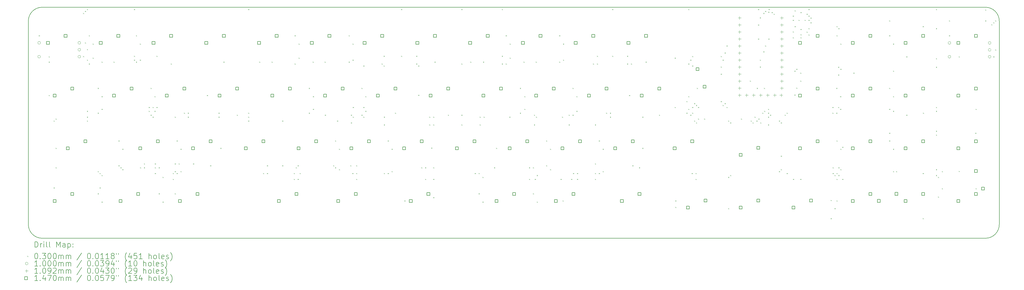
<source format=gbr>
%TF.GenerationSoftware,KiCad,Pcbnew,7.0.1*%
%TF.CreationDate,2023-04-12T10:33:11-04:00*%
%TF.ProjectId,kastenwagen-1840-chunky,6b617374-656e-4776-9167-656e2d313834,rev?*%
%TF.SameCoordinates,Original*%
%TF.FileFunction,Drillmap*%
%TF.FilePolarity,Positive*%
%FSLAX45Y45*%
G04 Gerber Fmt 4.5, Leading zero omitted, Abs format (unit mm)*
G04 Created by KiCad (PCBNEW 7.0.1) date 2023-04-12 10:33:11*
%MOMM*%
%LPD*%
G01*
G04 APERTURE LIST*
%ADD10C,0.200000*%
%ADD11C,0.030000*%
%ADD12C,0.100000*%
%ADD13C,0.109220*%
%ADD14C,0.147000*%
G04 APERTURE END LIST*
D10*
X36000000Y-9350000D02*
G75*
G03*
X36500000Y-8850000I0J500000D01*
G01*
X1450000Y-8850000D02*
G75*
G03*
X1950000Y-9350000I500000J0D01*
G01*
X1950000Y-9350000D02*
X36000000Y-9350000D01*
X1950000Y-1000000D02*
G75*
G03*
X1450000Y-1500000I0J-500000D01*
G01*
X1450000Y-1500000D02*
X1450000Y-8850000D01*
X1950000Y-1000000D02*
X36000000Y-1000000D01*
X36500000Y-1500000D02*
X36500000Y-8850000D01*
X36500000Y-1500000D02*
G75*
G03*
X36000000Y-1000000I-500000J0D01*
G01*
D11*
X1825000Y-2015000D02*
X1855000Y-2045000D01*
X1855000Y-2015000D02*
X1825000Y-2045000D01*
X2185000Y-2775000D02*
X2215000Y-2805000D01*
X2215000Y-2775000D02*
X2185000Y-2805000D01*
X2185000Y-2965000D02*
X2215000Y-2995000D01*
X2215000Y-2965000D02*
X2185000Y-2995000D01*
X2185000Y-4175000D02*
X2215000Y-4205000D01*
X2215000Y-4175000D02*
X2185000Y-4205000D01*
X2365000Y-5095000D02*
X2395000Y-5125000D01*
X2395000Y-5095000D02*
X2365000Y-5125000D01*
X2365000Y-7515000D02*
X2395000Y-7545000D01*
X2395000Y-7515000D02*
X2365000Y-7545000D01*
X2435000Y-5025000D02*
X2465000Y-5055000D01*
X2465000Y-5025000D02*
X2435000Y-5055000D01*
X2435000Y-6085000D02*
X2465000Y-6115000D01*
X2465000Y-6085000D02*
X2435000Y-6115000D01*
X2435000Y-6785000D02*
X2465000Y-6815000D01*
X2465000Y-6785000D02*
X2435000Y-6815000D01*
X3425000Y-1205000D02*
X3455000Y-1235000D01*
X3455000Y-1205000D02*
X3425000Y-1235000D01*
X3425000Y-2765000D02*
X3455000Y-2795000D01*
X3455000Y-2765000D02*
X3425000Y-2795000D01*
X3495000Y-1135000D02*
X3525000Y-1165000D01*
X3525000Y-1135000D02*
X3495000Y-1165000D01*
X3495000Y-2275000D02*
X3525000Y-2305000D01*
X3525000Y-2275000D02*
X3495000Y-2305000D01*
X3565000Y-1065000D02*
X3595000Y-1095000D01*
X3595000Y-1065000D02*
X3565000Y-1095000D01*
X3565000Y-2515000D02*
X3595000Y-2545000D01*
X3595000Y-2515000D02*
X3565000Y-2545000D01*
X3565000Y-2895000D02*
X3595000Y-2925000D01*
X3595000Y-2895000D02*
X3565000Y-2925000D01*
X3565000Y-4745000D02*
X3595000Y-4775000D01*
X3595000Y-4745000D02*
X3565000Y-4775000D01*
X3565000Y-4955000D02*
X3595000Y-4985000D01*
X3595000Y-4955000D02*
X3565000Y-4985000D01*
X3565000Y-5095000D02*
X3595000Y-5125000D01*
X3595000Y-5095000D02*
X3565000Y-5125000D01*
X3635000Y-2015000D02*
X3665000Y-2045000D01*
X3665000Y-2015000D02*
X3635000Y-2045000D01*
X3635000Y-3035000D02*
X3665000Y-3065000D01*
X3665000Y-3035000D02*
X3635000Y-3065000D01*
X3775000Y-2315000D02*
X3805000Y-2345000D01*
X3805000Y-2315000D02*
X3775000Y-2345000D01*
X3775000Y-2825000D02*
X3805000Y-2855000D01*
X3805000Y-2825000D02*
X3775000Y-2855000D01*
X3955000Y-3915000D02*
X3985000Y-3945000D01*
X3985000Y-3915000D02*
X3955000Y-3945000D01*
X3955000Y-4815000D02*
X3985000Y-4845000D01*
X3985000Y-4815000D02*
X3955000Y-4845000D01*
X3955000Y-6925000D02*
X3985000Y-6955000D01*
X3985000Y-6925000D02*
X3955000Y-6955000D01*
X3955000Y-7725000D02*
X3985000Y-7755000D01*
X3985000Y-7725000D02*
X3955000Y-7755000D01*
X4025000Y-6995000D02*
X4055000Y-7025000D01*
X4055000Y-6995000D02*
X4025000Y-7025000D01*
X4025000Y-7515000D02*
X4055000Y-7545000D01*
X4055000Y-7515000D02*
X4025000Y-7545000D01*
X4095000Y-2965000D02*
X4125000Y-2995000D01*
X4125000Y-2965000D02*
X4095000Y-2995000D01*
X4095000Y-4215000D02*
X4125000Y-4245000D01*
X4125000Y-4215000D02*
X4095000Y-4245000D01*
X4095000Y-4675000D02*
X4125000Y-4705000D01*
X4125000Y-4675000D02*
X4095000Y-4705000D01*
X4095000Y-7065000D02*
X4125000Y-7095000D01*
X4125000Y-7065000D02*
X4095000Y-7095000D01*
X4095000Y-8025000D02*
X4125000Y-8055000D01*
X4125000Y-8025000D02*
X4095000Y-8055000D01*
X4525000Y-2965000D02*
X4555000Y-2995000D01*
X4555000Y-2965000D02*
X4525000Y-2995000D01*
X4705000Y-5815000D02*
X4735000Y-5845000D01*
X4735000Y-5815000D02*
X4705000Y-5845000D01*
X4705000Y-6715000D02*
X4735000Y-6745000D01*
X4735000Y-6715000D02*
X4705000Y-6745000D01*
X4775000Y-6785000D02*
X4805000Y-6815000D01*
X4805000Y-6785000D02*
X4775000Y-6815000D01*
X4845000Y-6115000D02*
X4875000Y-6145000D01*
X4875000Y-6115000D02*
X4845000Y-6145000D01*
X4845000Y-6855000D02*
X4875000Y-6885000D01*
X4875000Y-6855000D02*
X4845000Y-6885000D01*
X5265000Y-1065000D02*
X5295000Y-1095000D01*
X5295000Y-1065000D02*
X5265000Y-1095000D01*
X5265000Y-2755000D02*
X5295000Y-2785000D01*
X5295000Y-2755000D02*
X5265000Y-2785000D01*
X5265000Y-2895000D02*
X5295000Y-2925000D01*
X5295000Y-2895000D02*
X5265000Y-2925000D01*
X5335000Y-2015000D02*
X5365000Y-2045000D01*
X5365000Y-2015000D02*
X5335000Y-2045000D01*
X5335000Y-2965000D02*
X5365000Y-2995000D01*
X5365000Y-2965000D02*
X5335000Y-2995000D01*
X5475000Y-2315000D02*
X5505000Y-2345000D01*
X5505000Y-2315000D02*
X5475000Y-2345000D01*
X5475000Y-2895000D02*
X5505000Y-2925000D01*
X5505000Y-2895000D02*
X5475000Y-2925000D01*
X5485000Y-6785000D02*
X5515000Y-6815000D01*
X5515000Y-6785000D02*
X5485000Y-6815000D01*
X5625000Y-6645000D02*
X5655000Y-6675000D01*
X5655000Y-6645000D02*
X5625000Y-6675000D01*
X5625000Y-6785000D02*
X5655000Y-6815000D01*
X5655000Y-6785000D02*
X5625000Y-6815000D01*
X5795000Y-4605000D02*
X5825000Y-4635000D01*
X5825000Y-4605000D02*
X5795000Y-4635000D01*
X5795000Y-4745000D02*
X5825000Y-4775000D01*
X5825000Y-4745000D02*
X5795000Y-4775000D01*
X5865000Y-3915000D02*
X5895000Y-3945000D01*
X5895000Y-3915000D02*
X5865000Y-3945000D01*
X5865000Y-4885000D02*
X5895000Y-4915000D01*
X5895000Y-4885000D02*
X5865000Y-4915000D01*
X5935000Y-4605000D02*
X5965000Y-4635000D01*
X5965000Y-4605000D02*
X5935000Y-4635000D01*
X5935000Y-4955000D02*
X5965000Y-4985000D01*
X5965000Y-4955000D02*
X5935000Y-4985000D01*
X6005000Y-4215000D02*
X6035000Y-4245000D01*
X6035000Y-4215000D02*
X6005000Y-4245000D01*
X6005000Y-4745000D02*
X6035000Y-4775000D01*
X6035000Y-4745000D02*
X6005000Y-4775000D01*
X6015000Y-6645000D02*
X6045000Y-6675000D01*
X6045000Y-6645000D02*
X6015000Y-6675000D01*
X6015000Y-6785000D02*
X6045000Y-6815000D01*
X6045000Y-6785000D02*
X6015000Y-6815000D01*
X6015000Y-6995000D02*
X6045000Y-7025000D01*
X6045000Y-6995000D02*
X6015000Y-7025000D01*
X6075000Y-2755000D02*
X6105000Y-2785000D01*
X6105000Y-2755000D02*
X6075000Y-2785000D01*
X6075000Y-4605000D02*
X6105000Y-4635000D01*
X6105000Y-4605000D02*
X6075000Y-4635000D01*
X6155000Y-6785000D02*
X6185000Y-6815000D01*
X6185000Y-6785000D02*
X6155000Y-6815000D01*
X6155000Y-7725000D02*
X6185000Y-7755000D01*
X6185000Y-7725000D02*
X6155000Y-7755000D01*
X6295000Y-7135000D02*
X6325000Y-7165000D01*
X6325000Y-7135000D02*
X6295000Y-7165000D01*
X6295000Y-8025000D02*
X6325000Y-8055000D01*
X6325000Y-8025000D02*
X6295000Y-8055000D01*
X6595000Y-3035000D02*
X6625000Y-3065000D01*
X6625000Y-3035000D02*
X6595000Y-3065000D01*
X6665000Y-6995000D02*
X6695000Y-7025000D01*
X6695000Y-6995000D02*
X6665000Y-7025000D01*
X6665000Y-7205000D02*
X6695000Y-7235000D01*
X6695000Y-7205000D02*
X6665000Y-7235000D01*
X6735000Y-4955000D02*
X6765000Y-4985000D01*
X6765000Y-4955000D02*
X6735000Y-4985000D01*
X6735000Y-6645000D02*
X6765000Y-6675000D01*
X6765000Y-6645000D02*
X6735000Y-6675000D01*
X6735000Y-6925000D02*
X6765000Y-6955000D01*
X6765000Y-6925000D02*
X6735000Y-6955000D01*
X6735000Y-7725000D02*
X6765000Y-7755000D01*
X6765000Y-7725000D02*
X6735000Y-7755000D01*
X6805000Y-5815000D02*
X6835000Y-5845000D01*
X6835000Y-5815000D02*
X6805000Y-5845000D01*
X6805000Y-6995000D02*
X6835000Y-7025000D01*
X6835000Y-6995000D02*
X6805000Y-7025000D01*
X6875000Y-6645000D02*
X6905000Y-6675000D01*
X6905000Y-6645000D02*
X6875000Y-6675000D01*
X6945000Y-6115000D02*
X6975000Y-6145000D01*
X6975000Y-6115000D02*
X6945000Y-6145000D01*
X6945000Y-6925000D02*
X6975000Y-6955000D01*
X6975000Y-6925000D02*
X6945000Y-6955000D01*
X7065000Y-4815000D02*
X7095000Y-4845000D01*
X7095000Y-4815000D02*
X7065000Y-4845000D01*
X7205000Y-4815000D02*
X7235000Y-4845000D01*
X7235000Y-4815000D02*
X7205000Y-4845000D01*
X7205000Y-4955000D02*
X7235000Y-4985000D01*
X7235000Y-4955000D02*
X7205000Y-4985000D01*
X7395000Y-6645000D02*
X7425000Y-6675000D01*
X7425000Y-6645000D02*
X7395000Y-6675000D01*
X7895000Y-4175000D02*
X7925000Y-4205000D01*
X7925000Y-4175000D02*
X7895000Y-4205000D01*
X8015000Y-6715000D02*
X8045000Y-6745000D01*
X8045000Y-6715000D02*
X8015000Y-6745000D01*
X8315000Y-4815000D02*
X8345000Y-4845000D01*
X8345000Y-4815000D02*
X8315000Y-4845000D01*
X8315000Y-4955000D02*
X8345000Y-4985000D01*
X8345000Y-4955000D02*
X8315000Y-4985000D01*
X8385000Y-6085000D02*
X8415000Y-6115000D01*
X8415000Y-6085000D02*
X8385000Y-6115000D01*
X8495000Y-2965000D02*
X8525000Y-2995000D01*
X8525000Y-2965000D02*
X8495000Y-2995000D01*
X8975000Y-4885000D02*
X9005000Y-4915000D01*
X9005000Y-4885000D02*
X8975000Y-4915000D01*
X9385000Y-1065000D02*
X9415000Y-1095000D01*
X9415000Y-1065000D02*
X9385000Y-1095000D01*
X9385000Y-4815000D02*
X9415000Y-4845000D01*
X9415000Y-4815000D02*
X9385000Y-4845000D01*
X9385000Y-4955000D02*
X9415000Y-4985000D01*
X9415000Y-4955000D02*
X9385000Y-4985000D01*
X9385000Y-5095000D02*
X9415000Y-5125000D01*
X9415000Y-5095000D02*
X9385000Y-5125000D01*
X9785000Y-2965000D02*
X9815000Y-2995000D01*
X9815000Y-2965000D02*
X9785000Y-2995000D01*
X9925000Y-6995000D02*
X9955000Y-7025000D01*
X9955000Y-6995000D02*
X9925000Y-7025000D01*
X10065000Y-6715000D02*
X10095000Y-6745000D01*
X10095000Y-6715000D02*
X10065000Y-6745000D01*
X10065000Y-6995000D02*
X10095000Y-7025000D01*
X10095000Y-6995000D02*
X10065000Y-7025000D01*
X10235000Y-2965000D02*
X10265000Y-2995000D01*
X10265000Y-2965000D02*
X10235000Y-2995000D01*
X10615000Y-5095000D02*
X10645000Y-5125000D01*
X10645000Y-5095000D02*
X10615000Y-5125000D01*
X10615000Y-6715000D02*
X10645000Y-6745000D01*
X10645000Y-6715000D02*
X10615000Y-6745000D01*
X11035000Y-6995000D02*
X11065000Y-7025000D01*
X11065000Y-6995000D02*
X11035000Y-7025000D01*
X11035000Y-7205000D02*
X11065000Y-7235000D01*
X11065000Y-7205000D02*
X11035000Y-7235000D01*
X11065000Y-2015000D02*
X11095000Y-2045000D01*
X11095000Y-2015000D02*
X11065000Y-2045000D01*
X11065000Y-3035000D02*
X11095000Y-3065000D01*
X11095000Y-3035000D02*
X11065000Y-3065000D01*
X11105000Y-6785000D02*
X11135000Y-6815000D01*
X11135000Y-6785000D02*
X11105000Y-6815000D01*
X11175000Y-6715000D02*
X11205000Y-6745000D01*
X11205000Y-6715000D02*
X11175000Y-6745000D01*
X11175000Y-7205000D02*
X11205000Y-7235000D01*
X11205000Y-7205000D02*
X11175000Y-7235000D01*
X11205000Y-2315000D02*
X11235000Y-2345000D01*
X11235000Y-2315000D02*
X11205000Y-2345000D01*
X11205000Y-2825000D02*
X11235000Y-2855000D01*
X11235000Y-2825000D02*
X11205000Y-2855000D01*
X11245000Y-6995000D02*
X11275000Y-7025000D01*
X11275000Y-6995000D02*
X11245000Y-7025000D01*
X11575000Y-3915000D02*
X11605000Y-3945000D01*
X11605000Y-3915000D02*
X11575000Y-3945000D01*
X11575000Y-4815000D02*
X11605000Y-4845000D01*
X11605000Y-4815000D02*
X11575000Y-4845000D01*
X11715000Y-2965000D02*
X11745000Y-2995000D01*
X11745000Y-2965000D02*
X11715000Y-2995000D01*
X11725000Y-4215000D02*
X11755000Y-4245000D01*
X11755000Y-4215000D02*
X11725000Y-4245000D01*
X11725000Y-4675000D02*
X11755000Y-4705000D01*
X11755000Y-4675000D02*
X11725000Y-4705000D01*
X12145000Y-2965000D02*
X12175000Y-2995000D01*
X12175000Y-2965000D02*
X12145000Y-2995000D01*
X12155000Y-4885000D02*
X12185000Y-4915000D01*
X12185000Y-4885000D02*
X12155000Y-4915000D01*
X12455000Y-6715000D02*
X12485000Y-6745000D01*
X12485000Y-6715000D02*
X12455000Y-6745000D01*
X12525000Y-5815000D02*
X12555000Y-5845000D01*
X12555000Y-5815000D02*
X12525000Y-5845000D01*
X12525000Y-6785000D02*
X12555000Y-6815000D01*
X12555000Y-6785000D02*
X12525000Y-6815000D01*
X12595000Y-5095000D02*
X12625000Y-5125000D01*
X12625000Y-5095000D02*
X12595000Y-5125000D01*
X12665000Y-6115000D02*
X12695000Y-6145000D01*
X12695000Y-6115000D02*
X12665000Y-6145000D01*
X12665000Y-6855000D02*
X12695000Y-6885000D01*
X12695000Y-6855000D02*
X12665000Y-6885000D01*
X13015000Y-2015000D02*
X13045000Y-2045000D01*
X13045000Y-2015000D02*
X13015000Y-2045000D01*
X13015000Y-2965000D02*
X13045000Y-2995000D01*
X13045000Y-2965000D02*
X13015000Y-2995000D01*
X13075000Y-6715000D02*
X13105000Y-6745000D01*
X13105000Y-6715000D02*
X13075000Y-6745000D01*
X13095000Y-4885000D02*
X13125000Y-4915000D01*
X13125000Y-4885000D02*
X13095000Y-4915000D01*
X13095000Y-5165000D02*
X13125000Y-5195000D01*
X13125000Y-5165000D02*
X13095000Y-5195000D01*
X13145000Y-6995000D02*
X13175000Y-7025000D01*
X13175000Y-6995000D02*
X13145000Y-7025000D01*
X13155000Y-2315000D02*
X13185000Y-2345000D01*
X13185000Y-2315000D02*
X13155000Y-2345000D01*
X13155000Y-2895000D02*
X13185000Y-2925000D01*
X13185000Y-2895000D02*
X13155000Y-2925000D01*
X13165000Y-4605000D02*
X13195000Y-4635000D01*
X13195000Y-4605000D02*
X13165000Y-4635000D01*
X13165000Y-4955000D02*
X13195000Y-4985000D01*
X13195000Y-4955000D02*
X13165000Y-4985000D01*
X13285000Y-6715000D02*
X13315000Y-6745000D01*
X13315000Y-6715000D02*
X13285000Y-6745000D01*
X13285000Y-6995000D02*
X13315000Y-7025000D01*
X13315000Y-6995000D02*
X13285000Y-7025000D01*
X13285000Y-7205000D02*
X13315000Y-7235000D01*
X13315000Y-7205000D02*
X13285000Y-7235000D01*
X13475000Y-3915000D02*
X13505000Y-3945000D01*
X13505000Y-3915000D02*
X13475000Y-3945000D01*
X13475000Y-4885000D02*
X13505000Y-4915000D01*
X13505000Y-4885000D02*
X13475000Y-4915000D01*
X13545000Y-3105000D02*
X13575000Y-3135000D01*
X13575000Y-3105000D02*
X13545000Y-3135000D01*
X13545000Y-4605000D02*
X13575000Y-4635000D01*
X13575000Y-4605000D02*
X13545000Y-4635000D01*
X13545000Y-4955000D02*
X13575000Y-4985000D01*
X13575000Y-4955000D02*
X13545000Y-4985000D01*
X13615000Y-4215000D02*
X13645000Y-4245000D01*
X13645000Y-4215000D02*
X13615000Y-4245000D01*
X13615000Y-4745000D02*
X13645000Y-4775000D01*
X13645000Y-4745000D02*
X13615000Y-4775000D01*
X14205000Y-3035000D02*
X14235000Y-3065000D01*
X14235000Y-3035000D02*
X14205000Y-3065000D01*
X14275000Y-2755000D02*
X14305000Y-2785000D01*
X14305000Y-2755000D02*
X14275000Y-2785000D01*
X14275000Y-3105000D02*
X14305000Y-3135000D01*
X14305000Y-3105000D02*
X14275000Y-3135000D01*
X14285000Y-4955000D02*
X14315000Y-4985000D01*
X14315000Y-4955000D02*
X14285000Y-4985000D01*
X14285000Y-5235000D02*
X14315000Y-5265000D01*
X14315000Y-5235000D02*
X14285000Y-5265000D01*
X14285000Y-6995000D02*
X14315000Y-7025000D01*
X14315000Y-6995000D02*
X14285000Y-7025000D01*
X14425000Y-5815000D02*
X14455000Y-5845000D01*
X14455000Y-5815000D02*
X14425000Y-5845000D01*
X14425000Y-6995000D02*
X14455000Y-7025000D01*
X14455000Y-6995000D02*
X14425000Y-7025000D01*
X14565000Y-6115000D02*
X14595000Y-6145000D01*
X14595000Y-6115000D02*
X14565000Y-6145000D01*
X14565000Y-6925000D02*
X14595000Y-6955000D01*
X14595000Y-6925000D02*
X14565000Y-6955000D01*
X14685000Y-4815000D02*
X14715000Y-4845000D01*
X14715000Y-4815000D02*
X14685000Y-4845000D01*
X14905000Y-1065000D02*
X14935000Y-1095000D01*
X14935000Y-1065000D02*
X14905000Y-1095000D01*
X14905000Y-2755000D02*
X14935000Y-2785000D01*
X14935000Y-2755000D02*
X14905000Y-2785000D01*
X15025000Y-7985000D02*
X15055000Y-8015000D01*
X15055000Y-7985000D02*
X15025000Y-8015000D01*
X15455000Y-2755000D02*
X15485000Y-2785000D01*
X15485000Y-2755000D02*
X15455000Y-2785000D01*
X15455000Y-3035000D02*
X15485000Y-3065000D01*
X15485000Y-3035000D02*
X15455000Y-3065000D01*
X15525000Y-3105000D02*
X15555000Y-3135000D01*
X15555000Y-3105000D02*
X15525000Y-3135000D01*
X15525000Y-4165000D02*
X15555000Y-4195000D01*
X15555000Y-4165000D02*
X15525000Y-4195000D01*
X15635000Y-6785000D02*
X15665000Y-6815000D01*
X15665000Y-6785000D02*
X15635000Y-6815000D01*
X15775000Y-6785000D02*
X15805000Y-6815000D01*
X15805000Y-6785000D02*
X15775000Y-6815000D01*
X15775000Y-7205000D02*
X15805000Y-7235000D01*
X15805000Y-7205000D02*
X15775000Y-7235000D01*
X15925000Y-4955000D02*
X15955000Y-4985000D01*
X15955000Y-4955000D02*
X15925000Y-4985000D01*
X15925000Y-5235000D02*
X15955000Y-5265000D01*
X15955000Y-5235000D02*
X15925000Y-5265000D01*
X15995000Y-6075000D02*
X16025000Y-6105000D01*
X16025000Y-6075000D02*
X15995000Y-6105000D01*
X16065000Y-4955000D02*
X16095000Y-4985000D01*
X16095000Y-4955000D02*
X16065000Y-4985000D01*
X16065000Y-5235000D02*
X16095000Y-5265000D01*
X16095000Y-5235000D02*
X16065000Y-5265000D01*
X16065000Y-6785000D02*
X16095000Y-6815000D01*
X16095000Y-6785000D02*
X16065000Y-6815000D01*
X16065000Y-7205000D02*
X16095000Y-7235000D01*
X16095000Y-7205000D02*
X16065000Y-7235000D01*
X16065000Y-7865000D02*
X16095000Y-7895000D01*
X16095000Y-7865000D02*
X16065000Y-7895000D01*
X16115000Y-2965000D02*
X16145000Y-2995000D01*
X16145000Y-2965000D02*
X16115000Y-2995000D01*
X16595000Y-4885000D02*
X16625000Y-4915000D01*
X16625000Y-4885000D02*
X16595000Y-4915000D01*
X17085000Y-1065000D02*
X17115000Y-1095000D01*
X17115000Y-1065000D02*
X17085000Y-1095000D01*
X17085000Y-3035000D02*
X17115000Y-3065000D01*
X17115000Y-3035000D02*
X17085000Y-3065000D01*
X17085000Y-4885000D02*
X17115000Y-4915000D01*
X17115000Y-4885000D02*
X17085000Y-4915000D01*
X17085000Y-5235000D02*
X17115000Y-5265000D01*
X17115000Y-5235000D02*
X17085000Y-5265000D01*
X17405000Y-2965000D02*
X17435000Y-2995000D01*
X17435000Y-2965000D02*
X17405000Y-2995000D01*
X17565000Y-6995000D02*
X17595000Y-7025000D01*
X17595000Y-6995000D02*
X17565000Y-7025000D01*
X17705000Y-6995000D02*
X17735000Y-7025000D01*
X17735000Y-6995000D02*
X17705000Y-7025000D01*
X17705000Y-7725000D02*
X17735000Y-7755000D01*
X17735000Y-7725000D02*
X17705000Y-7755000D01*
X17745000Y-4955000D02*
X17775000Y-4985000D01*
X17775000Y-4955000D02*
X17745000Y-4985000D01*
X17745000Y-5235000D02*
X17775000Y-5265000D01*
X17775000Y-5235000D02*
X17745000Y-5265000D01*
X17845000Y-7135000D02*
X17875000Y-7165000D01*
X17875000Y-7135000D02*
X17845000Y-7165000D01*
X17845000Y-8025000D02*
X17875000Y-8055000D01*
X17875000Y-8025000D02*
X17845000Y-8055000D01*
X17865000Y-2965000D02*
X17895000Y-2995000D01*
X17895000Y-2965000D02*
X17865000Y-2995000D01*
X17885000Y-4955000D02*
X17915000Y-4985000D01*
X17915000Y-4955000D02*
X17885000Y-4985000D01*
X18265000Y-6785000D02*
X18295000Y-6815000D01*
X18295000Y-6785000D02*
X18265000Y-6815000D01*
X18335000Y-6085000D02*
X18365000Y-6115000D01*
X18365000Y-6085000D02*
X18335000Y-6115000D01*
X18545000Y-1065000D02*
X18575000Y-1095000D01*
X18575000Y-1065000D02*
X18545000Y-1095000D01*
X18545000Y-2755000D02*
X18575000Y-2785000D01*
X18575000Y-2755000D02*
X18545000Y-2785000D01*
X18545000Y-3035000D02*
X18575000Y-3065000D01*
X18575000Y-3035000D02*
X18545000Y-3065000D01*
X18685000Y-2015000D02*
X18715000Y-2045000D01*
X18715000Y-2015000D02*
X18685000Y-2045000D01*
X18685000Y-3035000D02*
X18715000Y-3065000D01*
X18715000Y-3035000D02*
X18685000Y-3065000D01*
X18815000Y-4955000D02*
X18845000Y-4985000D01*
X18845000Y-4955000D02*
X18815000Y-4985000D01*
X18825000Y-2315000D02*
X18855000Y-2345000D01*
X18855000Y-2315000D02*
X18825000Y-2345000D01*
X18825000Y-2825000D02*
X18855000Y-2855000D01*
X18855000Y-2825000D02*
X18825000Y-2855000D01*
X19195000Y-3915000D02*
X19225000Y-3945000D01*
X19225000Y-3915000D02*
X19195000Y-3945000D01*
X19195000Y-4815000D02*
X19225000Y-4845000D01*
X19225000Y-4815000D02*
X19195000Y-4845000D01*
X19325000Y-2965000D02*
X19355000Y-2995000D01*
X19355000Y-2965000D02*
X19325000Y-2995000D01*
X19355000Y-4215000D02*
X19385000Y-4245000D01*
X19385000Y-4215000D02*
X19355000Y-4245000D01*
X19355000Y-4675000D02*
X19385000Y-4705000D01*
X19385000Y-4675000D02*
X19355000Y-4705000D01*
X19525000Y-6785000D02*
X19555000Y-6815000D01*
X19555000Y-6785000D02*
X19525000Y-6815000D01*
X19525000Y-7205000D02*
X19555000Y-7235000D01*
X19555000Y-7205000D02*
X19525000Y-7235000D01*
X19665000Y-6785000D02*
X19695000Y-6815000D01*
X19695000Y-6785000D02*
X19665000Y-6815000D01*
X19665000Y-7725000D02*
X19695000Y-7755000D01*
X19695000Y-7725000D02*
X19665000Y-7755000D01*
X19705000Y-4885000D02*
X19735000Y-4915000D01*
X19735000Y-4885000D02*
X19705000Y-4915000D01*
X19705000Y-5235000D02*
X19735000Y-5265000D01*
X19735000Y-5235000D02*
X19705000Y-5265000D01*
X19735000Y-7205000D02*
X19765000Y-7235000D01*
X19765000Y-7205000D02*
X19735000Y-7235000D01*
X19765000Y-2965000D02*
X19795000Y-2995000D01*
X19795000Y-2965000D02*
X19765000Y-2995000D01*
X19775000Y-4955000D02*
X19805000Y-4985000D01*
X19805000Y-4955000D02*
X19775000Y-4985000D01*
X19805000Y-7065000D02*
X19835000Y-7095000D01*
X19835000Y-7065000D02*
X19805000Y-7095000D01*
X19805000Y-8025000D02*
X19835000Y-8055000D01*
X19835000Y-8025000D02*
X19805000Y-8055000D01*
X20145000Y-5815000D02*
X20175000Y-5845000D01*
X20175000Y-5815000D02*
X20145000Y-5845000D01*
X20145000Y-6715000D02*
X20175000Y-6745000D01*
X20175000Y-6715000D02*
X20145000Y-6745000D01*
X20285000Y-6115000D02*
X20315000Y-6145000D01*
X20315000Y-6115000D02*
X20285000Y-6145000D01*
X20285000Y-6855000D02*
X20315000Y-6885000D01*
X20315000Y-6855000D02*
X20285000Y-6885000D01*
X20615000Y-2015000D02*
X20645000Y-2045000D01*
X20645000Y-2015000D02*
X20615000Y-2045000D01*
X20615000Y-2965000D02*
X20645000Y-2995000D01*
X20645000Y-2965000D02*
X20615000Y-2995000D01*
X20665000Y-7205000D02*
X20695000Y-7235000D01*
X20695000Y-7205000D02*
X20665000Y-7235000D01*
X20715000Y-4955000D02*
X20745000Y-4985000D01*
X20745000Y-4955000D02*
X20715000Y-4985000D01*
X20735000Y-7985000D02*
X20765000Y-8015000D01*
X20765000Y-7985000D02*
X20735000Y-8015000D01*
X20755000Y-2315000D02*
X20785000Y-2345000D01*
X20785000Y-2315000D02*
X20755000Y-2345000D01*
X20755000Y-2895000D02*
X20785000Y-2925000D01*
X20785000Y-2895000D02*
X20755000Y-2925000D01*
X20955000Y-4885000D02*
X20985000Y-4915000D01*
X20985000Y-4885000D02*
X20955000Y-4915000D01*
X20955000Y-5235000D02*
X20985000Y-5265000D01*
X20985000Y-5235000D02*
X20955000Y-5265000D01*
X21045000Y-7205000D02*
X21075000Y-7235000D01*
X21075000Y-7205000D02*
X21045000Y-7235000D01*
X21095000Y-3915000D02*
X21125000Y-3945000D01*
X21125000Y-3915000D02*
X21095000Y-3945000D01*
X21095000Y-4885000D02*
X21125000Y-4915000D01*
X21125000Y-4885000D02*
X21095000Y-4915000D01*
X21115000Y-6995000D02*
X21145000Y-7025000D01*
X21145000Y-6995000D02*
X21115000Y-7025000D01*
X21235000Y-4215000D02*
X21265000Y-4245000D01*
X21265000Y-4215000D02*
X21235000Y-4245000D01*
X21235000Y-4745000D02*
X21265000Y-4775000D01*
X21265000Y-4745000D02*
X21235000Y-4775000D01*
X21255000Y-6995000D02*
X21285000Y-7025000D01*
X21285000Y-6995000D02*
X21255000Y-7025000D01*
X21255000Y-7205000D02*
X21285000Y-7235000D01*
X21285000Y-7205000D02*
X21255000Y-7235000D01*
X21835000Y-3035000D02*
X21865000Y-3065000D01*
X21865000Y-3035000D02*
X21835000Y-3065000D01*
X21905000Y-5235000D02*
X21935000Y-5265000D01*
X21935000Y-5235000D02*
X21905000Y-5265000D01*
X21905000Y-6645000D02*
X21935000Y-6675000D01*
X21935000Y-6645000D02*
X21905000Y-6675000D01*
X21905000Y-6995000D02*
X21935000Y-7025000D01*
X21935000Y-6995000D02*
X21905000Y-7025000D01*
X21905000Y-7205000D02*
X21935000Y-7235000D01*
X21935000Y-7205000D02*
X21905000Y-7235000D01*
X21975000Y-2755000D02*
X22005000Y-2785000D01*
X22005000Y-2755000D02*
X21975000Y-2785000D01*
X21975000Y-3035000D02*
X22005000Y-3065000D01*
X22005000Y-3035000D02*
X21975000Y-3065000D01*
X22045000Y-5815000D02*
X22075000Y-5845000D01*
X22075000Y-5815000D02*
X22045000Y-5845000D01*
X22045000Y-6995000D02*
X22075000Y-7025000D01*
X22075000Y-6995000D02*
X22045000Y-7025000D01*
X22185000Y-6115000D02*
X22215000Y-6145000D01*
X22215000Y-6115000D02*
X22185000Y-6145000D01*
X22185000Y-6925000D02*
X22215000Y-6955000D01*
X22215000Y-6925000D02*
X22185000Y-6955000D01*
X22305000Y-4815000D02*
X22335000Y-4845000D01*
X22335000Y-4815000D02*
X22305000Y-4845000D01*
X22445000Y-4815000D02*
X22475000Y-4845000D01*
X22475000Y-4815000D02*
X22445000Y-4845000D01*
X22445000Y-4955000D02*
X22475000Y-4985000D01*
X22475000Y-4955000D02*
X22445000Y-4985000D01*
X22525000Y-1065000D02*
X22555000Y-1095000D01*
X22555000Y-1065000D02*
X22525000Y-1095000D01*
X22525000Y-2755000D02*
X22555000Y-2785000D01*
X22555000Y-2755000D02*
X22525000Y-2785000D01*
X23065000Y-2755000D02*
X23095000Y-2785000D01*
X23095000Y-2755000D02*
X23065000Y-2785000D01*
X23065000Y-3035000D02*
X23095000Y-3065000D01*
X23095000Y-3035000D02*
X23065000Y-3065000D01*
X23135000Y-4175000D02*
X23165000Y-4205000D01*
X23165000Y-4175000D02*
X23135000Y-4205000D01*
X23205000Y-3035000D02*
X23235000Y-3065000D01*
X23235000Y-3035000D02*
X23205000Y-3065000D01*
X23255000Y-6715000D02*
X23285000Y-6745000D01*
X23285000Y-6715000D02*
X23255000Y-6745000D01*
X23495000Y-6785000D02*
X23525000Y-6815000D01*
X23525000Y-6785000D02*
X23495000Y-6815000D01*
X23615000Y-4955000D02*
X23645000Y-4985000D01*
X23645000Y-4955000D02*
X23615000Y-4985000D01*
X23615000Y-6085000D02*
X23645000Y-6115000D01*
X23645000Y-6085000D02*
X23615000Y-6115000D01*
X23735000Y-2965000D02*
X23765000Y-2995000D01*
X23765000Y-2965000D02*
X23735000Y-2995000D01*
X24215000Y-4885000D02*
X24245000Y-4915000D01*
X24245000Y-4885000D02*
X24215000Y-4915000D01*
X24785000Y-2825000D02*
X24815000Y-2855000D01*
X24815000Y-2825000D02*
X24785000Y-2855000D01*
X24785000Y-4605000D02*
X24815000Y-4635000D01*
X24815000Y-4605000D02*
X24785000Y-4635000D01*
X24805000Y-7985000D02*
X24835000Y-8015000D01*
X24835000Y-7985000D02*
X24805000Y-8015000D01*
X24805000Y-8215000D02*
X24835000Y-8245000D01*
X24835000Y-8215000D02*
X24805000Y-8245000D01*
X25205000Y-4395000D02*
X25235000Y-4425000D01*
X25235000Y-4395000D02*
X25205000Y-4425000D01*
X25205000Y-4815000D02*
X25235000Y-4845000D01*
X25235000Y-4815000D02*
X25205000Y-4845000D01*
X25275000Y-1065000D02*
X25305000Y-1095000D01*
X25305000Y-1065000D02*
X25275000Y-1095000D01*
X25275000Y-3035000D02*
X25305000Y-3065000D01*
X25305000Y-3035000D02*
X25275000Y-3065000D01*
X25275000Y-4215000D02*
X25305000Y-4245000D01*
X25305000Y-4215000D02*
X25275000Y-4245000D01*
X25275000Y-4675000D02*
X25305000Y-4705000D01*
X25305000Y-4675000D02*
X25275000Y-4705000D01*
X25345000Y-2895000D02*
X25375000Y-2925000D01*
X25375000Y-2895000D02*
X25345000Y-2925000D01*
X25345000Y-4885000D02*
X25375000Y-4915000D01*
X25375000Y-4885000D02*
X25345000Y-4915000D01*
X25395000Y-6995000D02*
X25425000Y-7025000D01*
X25425000Y-6995000D02*
X25395000Y-7025000D01*
X25415000Y-2765000D02*
X25445000Y-2795000D01*
X25445000Y-2765000D02*
X25415000Y-2795000D01*
X25415000Y-3105000D02*
X25445000Y-3135000D01*
X25445000Y-3105000D02*
X25415000Y-3135000D01*
X25415000Y-4605000D02*
X25445000Y-4635000D01*
X25445000Y-4605000D02*
X25415000Y-4635000D01*
X25415000Y-4815000D02*
X25445000Y-4845000D01*
X25445000Y-4815000D02*
X25415000Y-4845000D01*
X25485000Y-4465000D02*
X25515000Y-4495000D01*
X25515000Y-4465000D02*
X25485000Y-4495000D01*
X25485000Y-5095000D02*
X25515000Y-5125000D01*
X25515000Y-5095000D02*
X25485000Y-5125000D01*
X25535000Y-6995000D02*
X25565000Y-7025000D01*
X25565000Y-6995000D02*
X25535000Y-7025000D01*
X25535000Y-7205000D02*
X25565000Y-7235000D01*
X25565000Y-7205000D02*
X25535000Y-7235000D01*
X25555000Y-4535000D02*
X25585000Y-4565000D01*
X25585000Y-4535000D02*
X25555000Y-4565000D01*
X25555000Y-5165000D02*
X25585000Y-5195000D01*
X25585000Y-5165000D02*
X25555000Y-5195000D01*
X25585000Y-3915000D02*
X25615000Y-3945000D01*
X25615000Y-3915000D02*
X25585000Y-3945000D01*
X25625000Y-4605000D02*
X25655000Y-4635000D01*
X25655000Y-4605000D02*
X25625000Y-4635000D01*
X25625000Y-5025000D02*
X25655000Y-5055000D01*
X25655000Y-5025000D02*
X25625000Y-5055000D01*
X25845000Y-5025000D02*
X25875000Y-5055000D01*
X25875000Y-5025000D02*
X25845000Y-5055000D01*
X26445000Y-2765000D02*
X26475000Y-2795000D01*
X26475000Y-2765000D02*
X26445000Y-2795000D01*
X26445000Y-3145000D02*
X26475000Y-3175000D01*
X26475000Y-3145000D02*
X26445000Y-3175000D01*
X26445000Y-3405000D02*
X26475000Y-3435000D01*
X26475000Y-3405000D02*
X26445000Y-3435000D01*
X26445000Y-4395000D02*
X26475000Y-4425000D01*
X26475000Y-4395000D02*
X26445000Y-4425000D01*
X26515000Y-2895000D02*
X26545000Y-2925000D01*
X26545000Y-2895000D02*
X26515000Y-2925000D01*
X26515000Y-4535000D02*
X26545000Y-4565000D01*
X26545000Y-4535000D02*
X26515000Y-4565000D01*
X26585000Y-2635000D02*
X26615000Y-2665000D01*
X26615000Y-2635000D02*
X26585000Y-2665000D01*
X26585000Y-4465000D02*
X26615000Y-4495000D01*
X26615000Y-4465000D02*
X26585000Y-4495000D01*
X26655000Y-2385000D02*
X26685000Y-2415000D01*
X26685000Y-2385000D02*
X26655000Y-2415000D01*
X26655000Y-4605000D02*
X26685000Y-4635000D01*
X26685000Y-4605000D02*
X26655000Y-4635000D01*
X26715000Y-5095000D02*
X26745000Y-5125000D01*
X26745000Y-5095000D02*
X26715000Y-5125000D01*
X26715000Y-7135000D02*
X26745000Y-7165000D01*
X26745000Y-7135000D02*
X26715000Y-7165000D01*
X26715000Y-8265000D02*
X26745000Y-8295000D01*
X26745000Y-8265000D02*
X26715000Y-8295000D01*
X26785000Y-5165000D02*
X26815000Y-5195000D01*
X26815000Y-5165000D02*
X26785000Y-5195000D01*
X26785000Y-7065000D02*
X26815000Y-7095000D01*
X26815000Y-7065000D02*
X26785000Y-7095000D01*
X27175000Y-5025000D02*
X27205000Y-5055000D01*
X27205000Y-5025000D02*
X27175000Y-5055000D01*
X27495000Y-3655000D02*
X27525000Y-3685000D01*
X27525000Y-3655000D02*
X27495000Y-3685000D01*
X27525000Y-5095000D02*
X27555000Y-5125000D01*
X27555000Y-5095000D02*
X27525000Y-5125000D01*
X27595000Y-5165000D02*
X27625000Y-5195000D01*
X27625000Y-5165000D02*
X27595000Y-5195000D01*
X27665000Y-4955000D02*
X27695000Y-4985000D01*
X27695000Y-4955000D02*
X27665000Y-4985000D01*
X27735000Y-5095000D02*
X27765000Y-5125000D01*
X27765000Y-5095000D02*
X27735000Y-5125000D01*
X27745000Y-3915000D02*
X27775000Y-3945000D01*
X27775000Y-3915000D02*
X27745000Y-3945000D01*
X27795000Y-1065000D02*
X27825000Y-1095000D01*
X27825000Y-1065000D02*
X27795000Y-1095000D01*
X27795000Y-1625000D02*
X27825000Y-1655000D01*
X27825000Y-1625000D02*
X27795000Y-1655000D01*
X27795000Y-2135000D02*
X27825000Y-2165000D01*
X27825000Y-2135000D02*
X27795000Y-2165000D01*
X27805000Y-5025000D02*
X27835000Y-5055000D01*
X27835000Y-5025000D02*
X27805000Y-5055000D01*
X27855000Y-1365000D02*
X27885000Y-1395000D01*
X27885000Y-1365000D02*
X27855000Y-1395000D01*
X27855000Y-2895000D02*
X27885000Y-2925000D01*
X27885000Y-2895000D02*
X27855000Y-2925000D01*
X27855000Y-3145000D02*
X27885000Y-3175000D01*
X27885000Y-3145000D02*
X27855000Y-3175000D01*
X27875000Y-5165000D02*
X27905000Y-5195000D01*
X27905000Y-5165000D02*
X27875000Y-5195000D01*
X27945000Y-4815000D02*
X27975000Y-4845000D01*
X27975000Y-4815000D02*
X27945000Y-4845000D01*
X27985000Y-1205000D02*
X28015000Y-1235000D01*
X28015000Y-1205000D02*
X27985000Y-1235000D01*
X27985000Y-2595000D02*
X28015000Y-2625000D01*
X28015000Y-2595000D02*
X27985000Y-2625000D01*
X28005000Y-3915000D02*
X28035000Y-3945000D01*
X28035000Y-3915000D02*
X28005000Y-3945000D01*
X28015000Y-4745000D02*
X28045000Y-4775000D01*
X28045000Y-4745000D02*
X28015000Y-4775000D01*
X28045000Y-1135000D02*
X28075000Y-1165000D01*
X28075000Y-1135000D02*
X28045000Y-1165000D01*
X28045000Y-2385000D02*
X28075000Y-2415000D01*
X28075000Y-2385000D02*
X28045000Y-2415000D01*
X28155000Y-4675000D02*
X28185000Y-4705000D01*
X28185000Y-4675000D02*
X28155000Y-4705000D01*
X28155000Y-4815000D02*
X28185000Y-4845000D01*
X28185000Y-4815000D02*
X28155000Y-4845000D01*
X28155000Y-4955000D02*
X28185000Y-4985000D01*
X28185000Y-4955000D02*
X28155000Y-4985000D01*
X28155000Y-5235000D02*
X28185000Y-5265000D01*
X28185000Y-5235000D02*
X28155000Y-5265000D01*
X28159853Y-1165000D02*
X28189853Y-1195000D01*
X28189853Y-1165000D02*
X28159853Y-1195000D01*
X28165000Y-2135000D02*
X28195000Y-2165000D01*
X28195000Y-2135000D02*
X28165000Y-2165000D01*
X28175000Y-1065000D02*
X28205000Y-1095000D01*
X28205000Y-1065000D02*
X28175000Y-1095000D01*
X28225000Y-4885000D02*
X28255000Y-4915000D01*
X28255000Y-4885000D02*
X28225000Y-4915000D01*
X28285000Y-1175000D02*
X28315000Y-1205000D01*
X28315000Y-1175000D02*
X28285000Y-1205000D01*
X28355000Y-1235000D02*
X28385000Y-1265000D01*
X28385000Y-1235000D02*
X28355000Y-1265000D01*
X28545000Y-5095000D02*
X28575000Y-5125000D01*
X28575000Y-5095000D02*
X28545000Y-5125000D01*
X28545000Y-6925000D02*
X28575000Y-6955000D01*
X28575000Y-6925000D02*
X28545000Y-6955000D01*
X28615000Y-5165000D02*
X28645000Y-5195000D01*
X28645000Y-5165000D02*
X28615000Y-5195000D01*
X28615000Y-6365000D02*
X28645000Y-6395000D01*
X28645000Y-6365000D02*
X28615000Y-6395000D01*
X28615000Y-6855000D02*
X28645000Y-6885000D01*
X28645000Y-6855000D02*
X28615000Y-6885000D01*
X28755000Y-4885000D02*
X28785000Y-4915000D01*
X28785000Y-4885000D02*
X28755000Y-4915000D01*
X28825000Y-4815000D02*
X28855000Y-4845000D01*
X28855000Y-4815000D02*
X28825000Y-4845000D01*
X28825000Y-6995000D02*
X28855000Y-7025000D01*
X28855000Y-6995000D02*
X28825000Y-7025000D01*
X29045000Y-1305000D02*
X29075000Y-1335000D01*
X29075000Y-1305000D02*
X29045000Y-1335000D01*
X29045000Y-1455000D02*
X29075000Y-1485000D01*
X29075000Y-1455000D02*
X29045000Y-1485000D01*
X29045000Y-1875000D02*
X29075000Y-1905000D01*
X29075000Y-1875000D02*
X29045000Y-1905000D01*
X29045000Y-2085000D02*
X29075000Y-2115000D01*
X29075000Y-2085000D02*
X29045000Y-2115000D01*
X29055000Y-7205000D02*
X29085000Y-7235000D01*
X29085000Y-7205000D02*
X29055000Y-7235000D01*
X29105000Y-3295000D02*
X29135000Y-3325000D01*
X29135000Y-3295000D02*
X29105000Y-3325000D01*
X29105000Y-4155000D02*
X29135000Y-4185000D01*
X29135000Y-4155000D02*
X29105000Y-4185000D01*
X29115000Y-1115000D02*
X29145000Y-1145000D01*
X29145000Y-1115000D02*
X29115000Y-1145000D01*
X29115000Y-1685000D02*
X29145000Y-1715000D01*
X29145000Y-1685000D02*
X29115000Y-1715000D01*
X29175000Y-3225000D02*
X29205000Y-3255000D01*
X29205000Y-3225000D02*
X29175000Y-3255000D01*
X29175000Y-3905000D02*
X29205000Y-3935000D01*
X29205000Y-3905000D02*
X29175000Y-3935000D01*
X29255000Y-1455000D02*
X29285000Y-1485000D01*
X29285000Y-1455000D02*
X29255000Y-1485000D01*
X29315000Y-3365000D02*
X29345000Y-3395000D01*
X29345000Y-3365000D02*
X29315000Y-3395000D01*
X29315000Y-3655000D02*
X29345000Y-3685000D01*
X29345000Y-3655000D02*
X29315000Y-3685000D01*
X29315000Y-7205000D02*
X29345000Y-7235000D01*
X29345000Y-7205000D02*
X29315000Y-7235000D01*
X29325000Y-1175000D02*
X29355000Y-1205000D01*
X29355000Y-1175000D02*
X29325000Y-1205000D01*
X29325000Y-1785000D02*
X29355000Y-1815000D01*
X29355000Y-1785000D02*
X29325000Y-1815000D01*
X29325000Y-1975000D02*
X29355000Y-2005000D01*
X29355000Y-1975000D02*
X29325000Y-2005000D01*
X29325000Y-2085000D02*
X29355000Y-2115000D01*
X29355000Y-2085000D02*
X29325000Y-2115000D01*
X29475000Y-1455000D02*
X29505000Y-1485000D01*
X29505000Y-1455000D02*
X29475000Y-1485000D01*
X29545000Y-1235000D02*
X29575000Y-1265000D01*
X29575000Y-1235000D02*
X29545000Y-1265000D01*
X29545000Y-1885000D02*
X29575000Y-1915000D01*
X29575000Y-1885000D02*
X29545000Y-1915000D01*
X29615000Y-1065000D02*
X29645000Y-1095000D01*
X29645000Y-1065000D02*
X29615000Y-1095000D01*
X29615000Y-1305000D02*
X29645000Y-1335000D01*
X29645000Y-1305000D02*
X29615000Y-1335000D01*
X29615000Y-1455000D02*
X29645000Y-1485000D01*
X29645000Y-1455000D02*
X29615000Y-1485000D01*
X29615000Y-1755000D02*
X29645000Y-1785000D01*
X29645000Y-1755000D02*
X29615000Y-1785000D01*
X29615000Y-1985000D02*
X29645000Y-2015000D01*
X29645000Y-1985000D02*
X29615000Y-2015000D01*
X29685000Y-1375000D02*
X29715000Y-1405000D01*
X29715000Y-1375000D02*
X29685000Y-1405000D01*
X29685000Y-1545000D02*
X29715000Y-1575000D01*
X29715000Y-1545000D02*
X29685000Y-1575000D01*
X30415000Y-7965000D02*
X30445000Y-7995000D01*
X30445000Y-7965000D02*
X30415000Y-7995000D01*
X30415000Y-8625000D02*
X30445000Y-8655000D01*
X30445000Y-8625000D02*
X30415000Y-8655000D01*
X30475000Y-4605000D02*
X30505000Y-4635000D01*
X30505000Y-4605000D02*
X30475000Y-4635000D01*
X30475000Y-4815000D02*
X30505000Y-4845000D01*
X30505000Y-4815000D02*
X30475000Y-4845000D01*
X30485000Y-6785000D02*
X30515000Y-6815000D01*
X30515000Y-6785000D02*
X30485000Y-6815000D01*
X30485000Y-6995000D02*
X30515000Y-7025000D01*
X30515000Y-6995000D02*
X30485000Y-7025000D01*
X30555000Y-7065000D02*
X30585000Y-7095000D01*
X30585000Y-7065000D02*
X30555000Y-7095000D01*
X30555000Y-8265000D02*
X30585000Y-8295000D01*
X30585000Y-8265000D02*
X30555000Y-8295000D01*
X30615000Y-3915000D02*
X30645000Y-3945000D01*
X30645000Y-3915000D02*
X30615000Y-3945000D01*
X30615000Y-4815000D02*
X30645000Y-4845000D01*
X30645000Y-4815000D02*
X30615000Y-4845000D01*
X30625000Y-1685000D02*
X30655000Y-1715000D01*
X30655000Y-1685000D02*
X30625000Y-1715000D01*
X30625000Y-2015000D02*
X30655000Y-2045000D01*
X30655000Y-2015000D02*
X30625000Y-2045000D01*
X30625000Y-5815000D02*
X30655000Y-5845000D01*
X30655000Y-5815000D02*
X30625000Y-5845000D01*
X30625000Y-6995000D02*
X30655000Y-7025000D01*
X30655000Y-6995000D02*
X30625000Y-7025000D01*
X30625000Y-7205000D02*
X30655000Y-7235000D01*
X30655000Y-7205000D02*
X30625000Y-7235000D01*
X30625000Y-7985000D02*
X30655000Y-8015000D01*
X30655000Y-7985000D02*
X30625000Y-8015000D01*
X30685000Y-3155000D02*
X30715000Y-3185000D01*
X30715000Y-3155000D02*
X30685000Y-3185000D01*
X30685000Y-3435000D02*
X30715000Y-3465000D01*
X30715000Y-3435000D02*
X30685000Y-3465000D01*
X30685000Y-4605000D02*
X30715000Y-4635000D01*
X30715000Y-4605000D02*
X30685000Y-4635000D01*
X30695000Y-1755000D02*
X30725000Y-1785000D01*
X30725000Y-1755000D02*
X30695000Y-1785000D01*
X30695000Y-6785000D02*
X30725000Y-6815000D01*
X30725000Y-6785000D02*
X30695000Y-6815000D01*
X30695000Y-7065000D02*
X30725000Y-7095000D01*
X30725000Y-7065000D02*
X30695000Y-7095000D01*
X30755000Y-4215000D02*
X30785000Y-4245000D01*
X30785000Y-4215000D02*
X30755000Y-4245000D01*
X30755000Y-4675000D02*
X30785000Y-4705000D01*
X30785000Y-4675000D02*
X30755000Y-4705000D01*
X30765000Y-2315000D02*
X30795000Y-2345000D01*
X30795000Y-2315000D02*
X30765000Y-2345000D01*
X30765000Y-3225000D02*
X30795000Y-3255000D01*
X30795000Y-3225000D02*
X30765000Y-3255000D01*
X30765000Y-6115000D02*
X30795000Y-6145000D01*
X30795000Y-6115000D02*
X30765000Y-6145000D01*
X30765000Y-6855000D02*
X30795000Y-6885000D01*
X30795000Y-6855000D02*
X30765000Y-6885000D01*
X30835000Y-6045000D02*
X30865000Y-6075000D01*
X30865000Y-6045000D02*
X30835000Y-6075000D01*
X30835000Y-7205000D02*
X30865000Y-7235000D01*
X30865000Y-7205000D02*
X30835000Y-7235000D01*
X31235000Y-3365000D02*
X31265000Y-3395000D01*
X31265000Y-3365000D02*
X31235000Y-3395000D01*
X32525000Y-1475000D02*
X32555000Y-1505000D01*
X32555000Y-1475000D02*
X32525000Y-1505000D01*
X32525000Y-2015000D02*
X32555000Y-2045000D01*
X32555000Y-2015000D02*
X32525000Y-2045000D01*
X32525000Y-3915000D02*
X32555000Y-3945000D01*
X32555000Y-3915000D02*
X32525000Y-3945000D01*
X32525000Y-4675000D02*
X32555000Y-4705000D01*
X32555000Y-4675000D02*
X32525000Y-4705000D01*
X32525000Y-5535000D02*
X32555000Y-5565000D01*
X32555000Y-5535000D02*
X32525000Y-5565000D01*
X32525000Y-5815000D02*
X32555000Y-5845000D01*
X32555000Y-5815000D02*
X32525000Y-5845000D01*
X32665000Y-2315000D02*
X32695000Y-2345000D01*
X32695000Y-2315000D02*
X32665000Y-2345000D01*
X32665000Y-3295000D02*
X32695000Y-3325000D01*
X32695000Y-3295000D02*
X32665000Y-3325000D01*
X32665000Y-4215000D02*
X32695000Y-4245000D01*
X32695000Y-4215000D02*
X32665000Y-4245000D01*
X32665000Y-4745000D02*
X32695000Y-4775000D01*
X32695000Y-4745000D02*
X32665000Y-4775000D01*
X32665000Y-6115000D02*
X32695000Y-6145000D01*
X32695000Y-6115000D02*
X32665000Y-6145000D01*
X32665000Y-6925000D02*
X32695000Y-6955000D01*
X32695000Y-6925000D02*
X32665000Y-6955000D01*
X32775000Y-6925000D02*
X32805000Y-6955000D01*
X32805000Y-6925000D02*
X32775000Y-6955000D01*
X33145000Y-2775000D02*
X33175000Y-2805000D01*
X33175000Y-2775000D02*
X33145000Y-2805000D01*
X33145000Y-4885000D02*
X33175000Y-4915000D01*
X33175000Y-4885000D02*
X33145000Y-4915000D01*
X33735000Y-1685000D02*
X33765000Y-1715000D01*
X33765000Y-1685000D02*
X33735000Y-1715000D01*
X33735000Y-6995000D02*
X33765000Y-7025000D01*
X33765000Y-6995000D02*
X33735000Y-7025000D01*
X33735000Y-8625000D02*
X33765000Y-8655000D01*
X33765000Y-8625000D02*
X33735000Y-8655000D01*
X33745000Y-4815000D02*
X33775000Y-4845000D01*
X33775000Y-4815000D02*
X33745000Y-4845000D01*
X34215000Y-1065000D02*
X34245000Y-1095000D01*
X34245000Y-1065000D02*
X34215000Y-1095000D01*
X34215000Y-1755000D02*
X34245000Y-1785000D01*
X34245000Y-1755000D02*
X34215000Y-1785000D01*
X34215000Y-2845000D02*
X34245000Y-2875000D01*
X34245000Y-2845000D02*
X34215000Y-2875000D01*
X34215000Y-3155000D02*
X34245000Y-3185000D01*
X34245000Y-3155000D02*
X34215000Y-3185000D01*
X34215000Y-4605000D02*
X34245000Y-4635000D01*
X34245000Y-4605000D02*
X34215000Y-4635000D01*
X34215000Y-4745000D02*
X34245000Y-4775000D01*
X34245000Y-4745000D02*
X34215000Y-4775000D01*
X34215000Y-5465000D02*
X34245000Y-5495000D01*
X34245000Y-5465000D02*
X34215000Y-5495000D01*
X34215000Y-5605000D02*
X34245000Y-5635000D01*
X34245000Y-5605000D02*
X34215000Y-5635000D01*
X34215000Y-6855000D02*
X34245000Y-6885000D01*
X34245000Y-6855000D02*
X34215000Y-6885000D01*
X34215000Y-7065000D02*
X34245000Y-7095000D01*
X34245000Y-7065000D02*
X34215000Y-7095000D01*
X34285000Y-7135000D02*
X34315000Y-7165000D01*
X34315000Y-7135000D02*
X34285000Y-7165000D01*
X34285000Y-7845000D02*
X34315000Y-7875000D01*
X34315000Y-7845000D02*
X34285000Y-7875000D01*
X34425000Y-6925000D02*
X34455000Y-6955000D01*
X34455000Y-6925000D02*
X34425000Y-6955000D01*
X34425000Y-7545000D02*
X34455000Y-7575000D01*
X34455000Y-7545000D02*
X34425000Y-7575000D01*
X34685000Y-1475000D02*
X34715000Y-1505000D01*
X34715000Y-1475000D02*
X34685000Y-1505000D01*
X34685000Y-2015000D02*
X34715000Y-2045000D01*
X34715000Y-2015000D02*
X34685000Y-2045000D01*
X35035000Y-2775000D02*
X35065000Y-2805000D01*
X35065000Y-2775000D02*
X35035000Y-2805000D01*
X35035000Y-6915000D02*
X35065000Y-6945000D01*
X35065000Y-6915000D02*
X35035000Y-6945000D01*
X35635000Y-5535000D02*
X35665000Y-5565000D01*
X35665000Y-5535000D02*
X35635000Y-5565000D01*
X35645000Y-4675000D02*
X35675000Y-4705000D01*
X35675000Y-4675000D02*
X35645000Y-4705000D01*
X35645000Y-7545000D02*
X35675000Y-7575000D01*
X35675000Y-7545000D02*
X35645000Y-7575000D01*
X35995000Y-1085000D02*
X36025000Y-1115000D01*
X36025000Y-1085000D02*
X35995000Y-1115000D01*
X35995000Y-1475000D02*
X36025000Y-1505000D01*
X36025000Y-1475000D02*
X35995000Y-1505000D01*
X36215000Y-1615000D02*
X36245000Y-1645000D01*
X36245000Y-1615000D02*
X36215000Y-1645000D01*
X36285000Y-1545000D02*
X36315000Y-1575000D01*
X36315000Y-1545000D02*
X36285000Y-1575000D01*
X36285000Y-2775000D02*
X36315000Y-2805000D01*
X36315000Y-2775000D02*
X36285000Y-2805000D01*
X36355000Y-1475000D02*
X36385000Y-1505000D01*
X36385000Y-1475000D02*
X36355000Y-1505000D01*
X36355000Y-2525000D02*
X36385000Y-2555000D01*
X36385000Y-2525000D02*
X36355000Y-2555000D01*
D12*
X1890000Y-2285625D02*
G75*
G03*
X1890000Y-2285625I-50000J0D01*
G01*
X1890000Y-2785625D02*
G75*
G03*
X1890000Y-2785625I-50000J0D01*
G01*
X3340000Y-2285625D02*
G75*
G03*
X3340000Y-2285625I-50000J0D01*
G01*
X3340000Y-2535625D02*
G75*
G03*
X3340000Y-2535625I-50000J0D01*
G01*
X3340000Y-2785625D02*
G75*
G03*
X3340000Y-2785625I-50000J0D01*
G01*
X34751250Y-2290000D02*
G75*
G03*
X34751250Y-2290000I-50000J0D01*
G01*
X34751250Y-2790000D02*
G75*
G03*
X34751250Y-2790000I-50000J0D01*
G01*
X36201250Y-2290000D02*
G75*
G03*
X36201250Y-2290000I-50000J0D01*
G01*
X36201250Y-2540000D02*
G75*
G03*
X36201250Y-2540000I-50000J0D01*
G01*
X36201250Y-2790000D02*
G75*
G03*
X36201250Y-2790000I-50000J0D01*
G01*
D13*
X27126000Y-1329390D02*
X27126000Y-1438610D01*
X27071390Y-1384000D02*
X27180610Y-1384000D01*
X27126000Y-1583390D02*
X27126000Y-1692610D01*
X27071390Y-1638000D02*
X27180610Y-1638000D01*
X27126000Y-1837390D02*
X27126000Y-1946610D01*
X27071390Y-1892000D02*
X27180610Y-1892000D01*
X27126000Y-2091390D02*
X27126000Y-2200610D01*
X27071390Y-2146000D02*
X27180610Y-2146000D01*
X27126000Y-2345390D02*
X27126000Y-2454610D01*
X27071390Y-2400000D02*
X27180610Y-2400000D01*
X27126000Y-2599390D02*
X27126000Y-2708610D01*
X27071390Y-2654000D02*
X27180610Y-2654000D01*
X27126000Y-2853390D02*
X27126000Y-2962610D01*
X27071390Y-2908000D02*
X27180610Y-2908000D01*
X27126000Y-3107390D02*
X27126000Y-3216610D01*
X27071390Y-3162000D02*
X27180610Y-3162000D01*
X27126000Y-3361390D02*
X27126000Y-3470610D01*
X27071390Y-3416000D02*
X27180610Y-3416000D01*
X27126000Y-3615390D02*
X27126000Y-3724610D01*
X27071390Y-3670000D02*
X27180610Y-3670000D01*
X27126000Y-3869390D02*
X27126000Y-3978610D01*
X27071390Y-3924000D02*
X27180610Y-3924000D01*
X27126000Y-4123390D02*
X27126000Y-4232610D01*
X27071390Y-4178000D02*
X27180610Y-4178000D01*
X27380000Y-4123390D02*
X27380000Y-4232610D01*
X27325390Y-4178000D02*
X27434610Y-4178000D01*
X27634000Y-4123390D02*
X27634000Y-4232610D01*
X27579390Y-4178000D02*
X27688610Y-4178000D01*
X27888000Y-4123390D02*
X27888000Y-4232610D01*
X27833390Y-4178000D02*
X27942610Y-4178000D01*
X28142000Y-4123390D02*
X28142000Y-4232610D01*
X28087390Y-4178000D02*
X28196610Y-4178000D01*
X28396000Y-4123390D02*
X28396000Y-4232610D01*
X28341390Y-4178000D02*
X28450610Y-4178000D01*
X28627140Y-4123390D02*
X28627140Y-4232610D01*
X28572530Y-4178000D02*
X28681750Y-4178000D01*
X28650000Y-1329390D02*
X28650000Y-1438610D01*
X28595390Y-1384000D02*
X28704610Y-1384000D01*
X28650000Y-1583390D02*
X28650000Y-1692610D01*
X28595390Y-1638000D02*
X28704610Y-1638000D01*
X28650000Y-1837390D02*
X28650000Y-1946610D01*
X28595390Y-1892000D02*
X28704610Y-1892000D01*
X28650000Y-2091390D02*
X28650000Y-2200610D01*
X28595390Y-2146000D02*
X28704610Y-2146000D01*
X28650000Y-2345390D02*
X28650000Y-2454610D01*
X28595390Y-2400000D02*
X28704610Y-2400000D01*
X28650000Y-2599390D02*
X28650000Y-2708610D01*
X28595390Y-2654000D02*
X28704610Y-2654000D01*
X28650000Y-2853390D02*
X28650000Y-2962610D01*
X28595390Y-2908000D02*
X28704610Y-2908000D01*
X28650000Y-3107390D02*
X28650000Y-3216610D01*
X28595390Y-3162000D02*
X28704610Y-3162000D01*
X28650000Y-3361390D02*
X28650000Y-3470610D01*
X28595390Y-3416000D02*
X28704610Y-3416000D01*
X28650000Y-3615390D02*
X28650000Y-3724610D01*
X28595390Y-3670000D02*
X28704610Y-3670000D01*
X28650000Y-3869390D02*
X28650000Y-3978610D01*
X28595390Y-3924000D02*
X28704610Y-3924000D01*
D14*
X2210973Y-2337973D02*
X2210973Y-2234027D01*
X2107027Y-2234027D01*
X2107027Y-2337973D01*
X2210973Y-2337973D01*
X2449098Y-4242973D02*
X2449098Y-4139027D01*
X2345152Y-4139027D01*
X2345152Y-4242973D01*
X2449098Y-4242973D01*
X2449098Y-8052973D02*
X2449098Y-7949027D01*
X2345152Y-7949027D01*
X2345152Y-8052973D01*
X2449098Y-8052973D01*
X2845973Y-2083973D02*
X2845973Y-1980027D01*
X2742027Y-1980027D01*
X2742027Y-2083973D01*
X2845973Y-2083973D01*
X2925348Y-6147973D02*
X2925348Y-6044027D01*
X2821402Y-6044027D01*
X2821402Y-6147973D01*
X2925348Y-6147973D01*
X3084098Y-3988973D02*
X3084098Y-3885027D01*
X2980152Y-3885027D01*
X2980152Y-3988973D01*
X3084098Y-3988973D01*
X3084098Y-7798973D02*
X3084098Y-7695027D01*
X2980152Y-7695027D01*
X2980152Y-7798973D01*
X3084098Y-7798973D01*
X3560348Y-5893973D02*
X3560348Y-5790027D01*
X3456402Y-5790027D01*
X3456402Y-5893973D01*
X3560348Y-5893973D01*
X4115973Y-2337973D02*
X4115973Y-2234027D01*
X4012027Y-2234027D01*
X4012027Y-2337973D01*
X4115973Y-2337973D01*
X4592223Y-4242973D02*
X4592223Y-4139027D01*
X4488277Y-4139027D01*
X4488277Y-4242973D01*
X4592223Y-4242973D01*
X4750973Y-2083973D02*
X4750973Y-1980027D01*
X4647027Y-1980027D01*
X4647027Y-2083973D01*
X4750973Y-2083973D01*
X4830348Y-8052973D02*
X4830348Y-7949027D01*
X4726402Y-7949027D01*
X4726402Y-8052973D01*
X4830348Y-8052973D01*
X5227223Y-3988973D02*
X5227223Y-3885027D01*
X5123277Y-3885027D01*
X5123277Y-3988973D01*
X5227223Y-3988973D01*
X5465348Y-7798973D02*
X5465348Y-7695027D01*
X5361402Y-7695027D01*
X5361402Y-7798973D01*
X5465348Y-7798973D01*
X5544723Y-6147973D02*
X5544723Y-6044027D01*
X5440777Y-6044027D01*
X5440777Y-6147973D01*
X5544723Y-6147973D01*
X6020973Y-2337973D02*
X6020973Y-2234027D01*
X5917027Y-2234027D01*
X5917027Y-2337973D01*
X6020973Y-2337973D01*
X6179723Y-5893973D02*
X6179723Y-5790027D01*
X6075777Y-5790027D01*
X6075777Y-5893973D01*
X6179723Y-5893973D01*
X6497223Y-4242973D02*
X6497223Y-4139027D01*
X6393277Y-4139027D01*
X6393277Y-4242973D01*
X6497223Y-4242973D01*
X6655973Y-2083973D02*
X6655973Y-1980027D01*
X6552027Y-1980027D01*
X6552027Y-2083973D01*
X6655973Y-2083973D01*
X6973473Y-8052973D02*
X6973473Y-7949027D01*
X6869527Y-7949027D01*
X6869527Y-8052973D01*
X6973473Y-8052973D01*
X7132223Y-3988973D02*
X7132223Y-3885027D01*
X7028277Y-3885027D01*
X7028277Y-3988973D01*
X7132223Y-3988973D01*
X7449723Y-6147973D02*
X7449723Y-6044027D01*
X7345777Y-6044027D01*
X7345777Y-6147973D01*
X7449723Y-6147973D01*
X7608473Y-7798973D02*
X7608473Y-7695027D01*
X7504527Y-7695027D01*
X7504527Y-7798973D01*
X7608473Y-7798973D01*
X7925973Y-2337973D02*
X7925973Y-2234027D01*
X7822027Y-2234027D01*
X7822027Y-2337973D01*
X7925973Y-2337973D01*
X8084723Y-5893973D02*
X8084723Y-5790027D01*
X7980777Y-5790027D01*
X7980777Y-5893973D01*
X8084723Y-5893973D01*
X8402223Y-4242973D02*
X8402223Y-4139027D01*
X8298277Y-4139027D01*
X8298277Y-4242973D01*
X8402223Y-4242973D01*
X8560973Y-2083973D02*
X8560973Y-1980027D01*
X8457027Y-1980027D01*
X8457027Y-2083973D01*
X8560973Y-2083973D01*
X9037223Y-3988973D02*
X9037223Y-3885027D01*
X8933277Y-3885027D01*
X8933277Y-3988973D01*
X9037223Y-3988973D01*
X9354723Y-6147973D02*
X9354723Y-6044027D01*
X9250777Y-6044027D01*
X9250777Y-6147973D01*
X9354723Y-6147973D01*
X9830973Y-2337973D02*
X9830973Y-2234027D01*
X9727027Y-2234027D01*
X9727027Y-2337973D01*
X9830973Y-2337973D01*
X9989723Y-5893973D02*
X9989723Y-5790027D01*
X9885777Y-5790027D01*
X9885777Y-5893973D01*
X9989723Y-5893973D01*
X10307223Y-4242973D02*
X10307223Y-4139027D01*
X10203277Y-4139027D01*
X10203277Y-4242973D01*
X10307223Y-4242973D01*
X10465973Y-2083973D02*
X10465973Y-1980027D01*
X10362027Y-1980027D01*
X10362027Y-2083973D01*
X10465973Y-2083973D01*
X10545348Y-8052973D02*
X10545348Y-7949027D01*
X10441402Y-7949027D01*
X10441402Y-8052973D01*
X10545348Y-8052973D01*
X10942223Y-3988973D02*
X10942223Y-3885027D01*
X10838277Y-3885027D01*
X10838277Y-3988973D01*
X10942223Y-3988973D01*
X11180348Y-7798973D02*
X11180348Y-7695027D01*
X11076402Y-7695027D01*
X11076402Y-7798973D01*
X11180348Y-7798973D01*
X11259723Y-6147973D02*
X11259723Y-6044027D01*
X11155777Y-6044027D01*
X11155777Y-6147973D01*
X11259723Y-6147973D01*
X11735973Y-2337973D02*
X11735973Y-2234027D01*
X11632027Y-2234027D01*
X11632027Y-2337973D01*
X11735973Y-2337973D01*
X11894723Y-5893973D02*
X11894723Y-5790027D01*
X11790777Y-5790027D01*
X11790777Y-5893973D01*
X11894723Y-5893973D01*
X12212223Y-4242973D02*
X12212223Y-4139027D01*
X12108277Y-4139027D01*
X12108277Y-4242973D01*
X12212223Y-4242973D01*
X12370973Y-2083973D02*
X12370973Y-1980027D01*
X12267027Y-1980027D01*
X12267027Y-2083973D01*
X12370973Y-2083973D01*
X12688473Y-8052973D02*
X12688473Y-7949027D01*
X12584527Y-7949027D01*
X12584527Y-8052973D01*
X12688473Y-8052973D01*
X12847223Y-3988973D02*
X12847223Y-3885027D01*
X12743277Y-3885027D01*
X12743277Y-3988973D01*
X12847223Y-3988973D01*
X13164723Y-6147973D02*
X13164723Y-6044027D01*
X13060777Y-6044027D01*
X13060777Y-6147973D01*
X13164723Y-6147973D01*
X13323473Y-7798973D02*
X13323473Y-7695027D01*
X13219527Y-7695027D01*
X13219527Y-7798973D01*
X13323473Y-7798973D01*
X13640973Y-2337973D02*
X13640973Y-2234027D01*
X13537027Y-2234027D01*
X13537027Y-2337973D01*
X13640973Y-2337973D01*
X13799723Y-5893973D02*
X13799723Y-5790027D01*
X13695777Y-5790027D01*
X13695777Y-5893973D01*
X13799723Y-5893973D01*
X14117223Y-4242973D02*
X14117223Y-4139027D01*
X14013277Y-4139027D01*
X14013277Y-4242973D01*
X14117223Y-4242973D01*
X14275973Y-2083973D02*
X14275973Y-1980027D01*
X14172027Y-1980027D01*
X14172027Y-2083973D01*
X14275973Y-2083973D01*
X14752223Y-3988973D02*
X14752223Y-3885027D01*
X14648277Y-3885027D01*
X14648277Y-3988973D01*
X14752223Y-3988973D01*
X15069723Y-6147973D02*
X15069723Y-6044027D01*
X14965777Y-6044027D01*
X14965777Y-6147973D01*
X15069723Y-6147973D01*
X15307848Y-8052973D02*
X15307848Y-7949027D01*
X15203902Y-7949027D01*
X15203902Y-8052973D01*
X15307848Y-8052973D01*
X15545973Y-2337973D02*
X15545973Y-2234027D01*
X15442027Y-2234027D01*
X15442027Y-2337973D01*
X15545973Y-2337973D01*
X15704723Y-5893973D02*
X15704723Y-5790027D01*
X15600777Y-5790027D01*
X15600777Y-5893973D01*
X15704723Y-5893973D01*
X15942848Y-7798973D02*
X15942848Y-7695027D01*
X15838902Y-7695027D01*
X15838902Y-7798973D01*
X15942848Y-7798973D01*
X16022223Y-4242973D02*
X16022223Y-4139027D01*
X15918277Y-4139027D01*
X15918277Y-4242973D01*
X16022223Y-4242973D01*
X16180973Y-2083973D02*
X16180973Y-1980027D01*
X16077027Y-1980027D01*
X16077027Y-2083973D01*
X16180973Y-2083973D01*
X16657223Y-3988973D02*
X16657223Y-3885027D01*
X16553277Y-3885027D01*
X16553277Y-3988973D01*
X16657223Y-3988973D01*
X16974723Y-6147973D02*
X16974723Y-6044027D01*
X16870777Y-6044027D01*
X16870777Y-6147973D01*
X16974723Y-6147973D01*
X17450973Y-2337973D02*
X17450973Y-2234027D01*
X17347027Y-2234027D01*
X17347027Y-2337973D01*
X17450973Y-2337973D01*
X17609723Y-5893973D02*
X17609723Y-5790027D01*
X17505777Y-5790027D01*
X17505777Y-5893973D01*
X17609723Y-5893973D01*
X17927223Y-4242973D02*
X17927223Y-4139027D01*
X17823277Y-4139027D01*
X17823277Y-4242973D01*
X17927223Y-4242973D01*
X18085973Y-2083973D02*
X18085973Y-1980027D01*
X17982027Y-1980027D01*
X17982027Y-2083973D01*
X18085973Y-2083973D01*
X18403473Y-8052973D02*
X18403473Y-7949027D01*
X18299527Y-7949027D01*
X18299527Y-8052973D01*
X18403473Y-8052973D01*
X18562223Y-3988973D02*
X18562223Y-3885027D01*
X18458277Y-3885027D01*
X18458277Y-3988973D01*
X18562223Y-3988973D01*
X18879723Y-6147973D02*
X18879723Y-6044027D01*
X18775777Y-6044027D01*
X18775777Y-6147973D01*
X18879723Y-6147973D01*
X19038473Y-7798973D02*
X19038473Y-7695027D01*
X18934527Y-7695027D01*
X18934527Y-7798973D01*
X19038473Y-7798973D01*
X19355973Y-2337973D02*
X19355973Y-2234027D01*
X19252027Y-2234027D01*
X19252027Y-2337973D01*
X19355973Y-2337973D01*
X19514723Y-5893973D02*
X19514723Y-5790027D01*
X19410777Y-5790027D01*
X19410777Y-5893973D01*
X19514723Y-5893973D01*
X19832223Y-4242973D02*
X19832223Y-4139027D01*
X19728277Y-4139027D01*
X19728277Y-4242973D01*
X19832223Y-4242973D01*
X19990973Y-2083973D02*
X19990973Y-1980027D01*
X19887027Y-1980027D01*
X19887027Y-2083973D01*
X19990973Y-2083973D01*
X20467223Y-3988973D02*
X20467223Y-3885027D01*
X20363277Y-3885027D01*
X20363277Y-3988973D01*
X20467223Y-3988973D01*
X20546598Y-8052973D02*
X20546598Y-7949027D01*
X20442652Y-7949027D01*
X20442652Y-8052973D01*
X20546598Y-8052973D01*
X20784723Y-6147973D02*
X20784723Y-6044027D01*
X20680777Y-6044027D01*
X20680777Y-6147973D01*
X20784723Y-6147973D01*
X21181598Y-7798973D02*
X21181598Y-7695027D01*
X21077652Y-7695027D01*
X21077652Y-7798973D01*
X21181598Y-7798973D01*
X21260973Y-2337973D02*
X21260973Y-2234027D01*
X21157027Y-2234027D01*
X21157027Y-2337973D01*
X21260973Y-2337973D01*
X21419723Y-5893973D02*
X21419723Y-5790027D01*
X21315777Y-5790027D01*
X21315777Y-5893973D01*
X21419723Y-5893973D01*
X21737223Y-4242973D02*
X21737223Y-4139027D01*
X21633277Y-4139027D01*
X21633277Y-4242973D01*
X21737223Y-4242973D01*
X21895973Y-2083973D02*
X21895973Y-1980027D01*
X21792027Y-1980027D01*
X21792027Y-2083973D01*
X21895973Y-2083973D01*
X22372223Y-3988973D02*
X22372223Y-3885027D01*
X22268277Y-3885027D01*
X22268277Y-3988973D01*
X22372223Y-3988973D01*
X22689723Y-6147973D02*
X22689723Y-6044027D01*
X22585777Y-6044027D01*
X22585777Y-6147973D01*
X22689723Y-6147973D01*
X22927848Y-8052973D02*
X22927848Y-7949027D01*
X22823902Y-7949027D01*
X22823902Y-8052973D01*
X22927848Y-8052973D01*
X23165973Y-2337973D02*
X23165973Y-2234027D01*
X23062027Y-2234027D01*
X23062027Y-2337973D01*
X23165973Y-2337973D01*
X23324723Y-5893973D02*
X23324723Y-5790027D01*
X23220777Y-5790027D01*
X23220777Y-5893973D01*
X23324723Y-5893973D01*
X23562848Y-7798973D02*
X23562848Y-7695027D01*
X23458902Y-7695027D01*
X23458902Y-7798973D01*
X23562848Y-7798973D01*
X23642223Y-4242973D02*
X23642223Y-4139027D01*
X23538277Y-4139027D01*
X23538277Y-4242973D01*
X23642223Y-4242973D01*
X23800973Y-2083973D02*
X23800973Y-1980027D01*
X23697027Y-1980027D01*
X23697027Y-2083973D01*
X23800973Y-2083973D01*
X24277223Y-3988973D02*
X24277223Y-3885027D01*
X24173277Y-3885027D01*
X24173277Y-3988973D01*
X24277223Y-3988973D01*
X24832848Y-6147973D02*
X24832848Y-6044027D01*
X24728902Y-6044027D01*
X24728902Y-6147973D01*
X24832848Y-6147973D01*
X25309098Y-8291098D02*
X25309098Y-8187152D01*
X25205152Y-8187152D01*
X25205152Y-8291098D01*
X25309098Y-8291098D01*
X25467848Y-5893973D02*
X25467848Y-5790027D01*
X25363902Y-5790027D01*
X25363902Y-5893973D01*
X25467848Y-5893973D01*
X25658348Y-3290473D02*
X25658348Y-3186527D01*
X25554402Y-3186527D01*
X25554402Y-3290473D01*
X25658348Y-3290473D01*
X25912348Y-3925473D02*
X25912348Y-3821527D01*
X25808402Y-3821527D01*
X25808402Y-3925473D01*
X25912348Y-3925473D01*
X25944098Y-8037098D02*
X25944098Y-7933152D01*
X25840152Y-7933152D01*
X25840152Y-8037098D01*
X25944098Y-8037098D01*
X27214098Y-6386098D02*
X27214098Y-6282152D01*
X27110152Y-6282152D01*
X27110152Y-6386098D01*
X27214098Y-6386098D01*
X27214098Y-8291098D02*
X27214098Y-8187152D01*
X27110152Y-8187152D01*
X27110152Y-8291098D01*
X27214098Y-8291098D01*
X27849098Y-6132098D02*
X27849098Y-6028152D01*
X27745152Y-6028152D01*
X27745152Y-6132098D01*
X27849098Y-6132098D01*
X27849098Y-8037098D02*
X27849098Y-7933152D01*
X27745152Y-7933152D01*
X27745152Y-8037098D01*
X27849098Y-8037098D01*
X29119098Y-8291098D02*
X29119098Y-8187152D01*
X29015152Y-8187152D01*
X29015152Y-8291098D01*
X29119098Y-8291098D01*
X29357223Y-2337973D02*
X29357223Y-2234027D01*
X29253277Y-2234027D01*
X29253277Y-2337973D01*
X29357223Y-2337973D01*
X29357223Y-4242973D02*
X29357223Y-4139027D01*
X29253277Y-4139027D01*
X29253277Y-4242973D01*
X29357223Y-4242973D01*
X29357223Y-6147973D02*
X29357223Y-6044027D01*
X29253277Y-6044027D01*
X29253277Y-6147973D01*
X29357223Y-6147973D01*
X29754098Y-8037098D02*
X29754098Y-7933152D01*
X29650152Y-7933152D01*
X29650152Y-8037098D01*
X29754098Y-8037098D01*
X29992223Y-2083973D02*
X29992223Y-1980027D01*
X29888277Y-1980027D01*
X29888277Y-2083973D01*
X29992223Y-2083973D01*
X29992223Y-3988973D02*
X29992223Y-3885027D01*
X29888277Y-3885027D01*
X29888277Y-3988973D01*
X29992223Y-3988973D01*
X29992223Y-5893973D02*
X29992223Y-5790027D01*
X29888277Y-5790027D01*
X29888277Y-5893973D01*
X29992223Y-5893973D01*
X31262223Y-2337973D02*
X31262223Y-2234027D01*
X31158277Y-2234027D01*
X31158277Y-2337973D01*
X31262223Y-2337973D01*
X31262223Y-4242973D02*
X31262223Y-4139027D01*
X31158277Y-4139027D01*
X31158277Y-4242973D01*
X31262223Y-4242973D01*
X31262223Y-6147973D02*
X31262223Y-6044027D01*
X31158277Y-6044027D01*
X31158277Y-6147973D01*
X31262223Y-6147973D01*
X31262223Y-8052973D02*
X31262223Y-7949027D01*
X31158277Y-7949027D01*
X31158277Y-8052973D01*
X31262223Y-8052973D01*
X31897223Y-2083973D02*
X31897223Y-1980027D01*
X31793277Y-1980027D01*
X31793277Y-2083973D01*
X31897223Y-2083973D01*
X31897223Y-3988973D02*
X31897223Y-3885027D01*
X31793277Y-3885027D01*
X31793277Y-3988973D01*
X31897223Y-3988973D01*
X31897223Y-5893973D02*
X31897223Y-5790027D01*
X31793277Y-5790027D01*
X31793277Y-5893973D01*
X31897223Y-5893973D01*
X31897223Y-7798973D02*
X31897223Y-7695027D01*
X31793277Y-7695027D01*
X31793277Y-7798973D01*
X31897223Y-7798973D01*
X32203293Y-8050433D02*
X32203293Y-7946487D01*
X32099347Y-7946487D01*
X32099347Y-8050433D01*
X32203293Y-8050433D01*
X32838293Y-7796433D02*
X32838293Y-7692487D01*
X32734347Y-7692487D01*
X32734347Y-7796433D01*
X32838293Y-7796433D01*
X33167223Y-2337973D02*
X33167223Y-2234027D01*
X33063277Y-2234027D01*
X33063277Y-2337973D01*
X33167223Y-2337973D01*
X33167223Y-4242973D02*
X33167223Y-4139027D01*
X33063277Y-4139027D01*
X33063277Y-4242973D01*
X33167223Y-4242973D01*
X33167223Y-6147973D02*
X33167223Y-6044027D01*
X33063277Y-6044027D01*
X33063277Y-6147973D01*
X33167223Y-6147973D01*
X33167223Y-8052973D02*
X33167223Y-7949027D01*
X33063277Y-7949027D01*
X33063277Y-8052973D01*
X33167223Y-8052973D01*
X33802223Y-2083973D02*
X33802223Y-1980027D01*
X33698277Y-1980027D01*
X33698277Y-2083973D01*
X33802223Y-2083973D01*
X33802223Y-3988973D02*
X33802223Y-3885027D01*
X33698277Y-3885027D01*
X33698277Y-3988973D01*
X33802223Y-3988973D01*
X33802223Y-5893973D02*
X33802223Y-5790027D01*
X33698277Y-5790027D01*
X33698277Y-5893973D01*
X33802223Y-5893973D01*
X33802223Y-7798973D02*
X33802223Y-7695027D01*
X33698277Y-7695027D01*
X33698277Y-7798973D01*
X33802223Y-7798973D01*
X35072223Y-2337973D02*
X35072223Y-2234027D01*
X34968277Y-2234027D01*
X34968277Y-2337973D01*
X35072223Y-2337973D01*
X35072223Y-4242973D02*
X35072223Y-4139027D01*
X34968277Y-4139027D01*
X34968277Y-4242973D01*
X35072223Y-4242973D01*
X35072223Y-6147973D02*
X35072223Y-6044027D01*
X34968277Y-6044027D01*
X34968277Y-6147973D01*
X35072223Y-6147973D01*
X35072223Y-8052973D02*
X35072223Y-7949027D01*
X34968277Y-7949027D01*
X34968277Y-8052973D01*
X35072223Y-8052973D01*
X35707223Y-2083973D02*
X35707223Y-1980027D01*
X35603277Y-1980027D01*
X35603277Y-2083973D01*
X35707223Y-2083973D01*
X35707223Y-3988973D02*
X35707223Y-3885027D01*
X35603277Y-3885027D01*
X35603277Y-3988973D01*
X35707223Y-3988973D01*
X35707223Y-5893973D02*
X35707223Y-5790027D01*
X35603277Y-5790027D01*
X35603277Y-5893973D01*
X35707223Y-5893973D01*
X35707223Y-6973473D02*
X35707223Y-6869527D01*
X35603277Y-6869527D01*
X35603277Y-6973473D01*
X35707223Y-6973473D01*
X35707223Y-7798973D02*
X35707223Y-7695027D01*
X35603277Y-7695027D01*
X35603277Y-7798973D01*
X35707223Y-7798973D01*
X35961223Y-7608473D02*
X35961223Y-7504527D01*
X35857277Y-7504527D01*
X35857277Y-7608473D01*
X35961223Y-7608473D01*
D10*
X1687619Y-9672524D02*
X1687619Y-9472524D01*
X1687619Y-9472524D02*
X1735238Y-9472524D01*
X1735238Y-9472524D02*
X1763809Y-9482048D01*
X1763809Y-9482048D02*
X1782857Y-9501095D01*
X1782857Y-9501095D02*
X1792381Y-9520143D01*
X1792381Y-9520143D02*
X1801905Y-9558238D01*
X1801905Y-9558238D02*
X1801905Y-9586810D01*
X1801905Y-9586810D02*
X1792381Y-9624905D01*
X1792381Y-9624905D02*
X1782857Y-9643952D01*
X1782857Y-9643952D02*
X1763809Y-9663000D01*
X1763809Y-9663000D02*
X1735238Y-9672524D01*
X1735238Y-9672524D02*
X1687619Y-9672524D01*
X1887619Y-9672524D02*
X1887619Y-9539190D01*
X1887619Y-9577286D02*
X1897143Y-9558238D01*
X1897143Y-9558238D02*
X1906667Y-9548714D01*
X1906667Y-9548714D02*
X1925714Y-9539190D01*
X1925714Y-9539190D02*
X1944762Y-9539190D01*
X2011428Y-9672524D02*
X2011428Y-9539190D01*
X2011428Y-9472524D02*
X2001905Y-9482048D01*
X2001905Y-9482048D02*
X2011428Y-9491571D01*
X2011428Y-9491571D02*
X2020952Y-9482048D01*
X2020952Y-9482048D02*
X2011428Y-9472524D01*
X2011428Y-9472524D02*
X2011428Y-9491571D01*
X2135238Y-9672524D02*
X2116190Y-9663000D01*
X2116190Y-9663000D02*
X2106667Y-9643952D01*
X2106667Y-9643952D02*
X2106667Y-9472524D01*
X2240000Y-9672524D02*
X2220952Y-9663000D01*
X2220952Y-9663000D02*
X2211429Y-9643952D01*
X2211429Y-9643952D02*
X2211429Y-9472524D01*
X2468571Y-9672524D02*
X2468571Y-9472524D01*
X2468571Y-9472524D02*
X2535238Y-9615381D01*
X2535238Y-9615381D02*
X2601905Y-9472524D01*
X2601905Y-9472524D02*
X2601905Y-9672524D01*
X2782857Y-9672524D02*
X2782857Y-9567762D01*
X2782857Y-9567762D02*
X2773333Y-9548714D01*
X2773333Y-9548714D02*
X2754286Y-9539190D01*
X2754286Y-9539190D02*
X2716190Y-9539190D01*
X2716190Y-9539190D02*
X2697143Y-9548714D01*
X2782857Y-9663000D02*
X2763810Y-9672524D01*
X2763810Y-9672524D02*
X2716190Y-9672524D01*
X2716190Y-9672524D02*
X2697143Y-9663000D01*
X2697143Y-9663000D02*
X2687619Y-9643952D01*
X2687619Y-9643952D02*
X2687619Y-9624905D01*
X2687619Y-9624905D02*
X2697143Y-9605857D01*
X2697143Y-9605857D02*
X2716190Y-9596333D01*
X2716190Y-9596333D02*
X2763810Y-9596333D01*
X2763810Y-9596333D02*
X2782857Y-9586810D01*
X2878095Y-9539190D02*
X2878095Y-9739190D01*
X2878095Y-9548714D02*
X2897143Y-9539190D01*
X2897143Y-9539190D02*
X2935238Y-9539190D01*
X2935238Y-9539190D02*
X2954286Y-9548714D01*
X2954286Y-9548714D02*
X2963809Y-9558238D01*
X2963809Y-9558238D02*
X2973333Y-9577286D01*
X2973333Y-9577286D02*
X2973333Y-9634429D01*
X2973333Y-9634429D02*
X2963809Y-9653476D01*
X2963809Y-9653476D02*
X2954286Y-9663000D01*
X2954286Y-9663000D02*
X2935238Y-9672524D01*
X2935238Y-9672524D02*
X2897143Y-9672524D01*
X2897143Y-9672524D02*
X2878095Y-9663000D01*
X3059048Y-9653476D02*
X3068571Y-9663000D01*
X3068571Y-9663000D02*
X3059048Y-9672524D01*
X3059048Y-9672524D02*
X3049524Y-9663000D01*
X3049524Y-9663000D02*
X3059048Y-9653476D01*
X3059048Y-9653476D02*
X3059048Y-9672524D01*
X3059048Y-9548714D02*
X3068571Y-9558238D01*
X3068571Y-9558238D02*
X3059048Y-9567762D01*
X3059048Y-9567762D02*
X3049524Y-9558238D01*
X3049524Y-9558238D02*
X3059048Y-9548714D01*
X3059048Y-9548714D02*
X3059048Y-9567762D01*
D11*
X1410000Y-9985000D02*
X1440000Y-10015000D01*
X1440000Y-9985000D02*
X1410000Y-10015000D01*
D10*
X1725714Y-9892524D02*
X1744762Y-9892524D01*
X1744762Y-9892524D02*
X1763809Y-9902048D01*
X1763809Y-9902048D02*
X1773333Y-9911571D01*
X1773333Y-9911571D02*
X1782857Y-9930619D01*
X1782857Y-9930619D02*
X1792381Y-9968714D01*
X1792381Y-9968714D02*
X1792381Y-10016333D01*
X1792381Y-10016333D02*
X1782857Y-10054429D01*
X1782857Y-10054429D02*
X1773333Y-10073476D01*
X1773333Y-10073476D02*
X1763809Y-10083000D01*
X1763809Y-10083000D02*
X1744762Y-10092524D01*
X1744762Y-10092524D02*
X1725714Y-10092524D01*
X1725714Y-10092524D02*
X1706667Y-10083000D01*
X1706667Y-10083000D02*
X1697143Y-10073476D01*
X1697143Y-10073476D02*
X1687619Y-10054429D01*
X1687619Y-10054429D02*
X1678095Y-10016333D01*
X1678095Y-10016333D02*
X1678095Y-9968714D01*
X1678095Y-9968714D02*
X1687619Y-9930619D01*
X1687619Y-9930619D02*
X1697143Y-9911571D01*
X1697143Y-9911571D02*
X1706667Y-9902048D01*
X1706667Y-9902048D02*
X1725714Y-9892524D01*
X1878095Y-10073476D02*
X1887619Y-10083000D01*
X1887619Y-10083000D02*
X1878095Y-10092524D01*
X1878095Y-10092524D02*
X1868571Y-10083000D01*
X1868571Y-10083000D02*
X1878095Y-10073476D01*
X1878095Y-10073476D02*
X1878095Y-10092524D01*
X1954286Y-9892524D02*
X2078095Y-9892524D01*
X2078095Y-9892524D02*
X2011428Y-9968714D01*
X2011428Y-9968714D02*
X2040000Y-9968714D01*
X2040000Y-9968714D02*
X2059048Y-9978238D01*
X2059048Y-9978238D02*
X2068571Y-9987762D01*
X2068571Y-9987762D02*
X2078095Y-10006810D01*
X2078095Y-10006810D02*
X2078095Y-10054429D01*
X2078095Y-10054429D02*
X2068571Y-10073476D01*
X2068571Y-10073476D02*
X2059048Y-10083000D01*
X2059048Y-10083000D02*
X2040000Y-10092524D01*
X2040000Y-10092524D02*
X1982857Y-10092524D01*
X1982857Y-10092524D02*
X1963809Y-10083000D01*
X1963809Y-10083000D02*
X1954286Y-10073476D01*
X2201905Y-9892524D02*
X2220952Y-9892524D01*
X2220952Y-9892524D02*
X2240000Y-9902048D01*
X2240000Y-9902048D02*
X2249524Y-9911571D01*
X2249524Y-9911571D02*
X2259048Y-9930619D01*
X2259048Y-9930619D02*
X2268571Y-9968714D01*
X2268571Y-9968714D02*
X2268571Y-10016333D01*
X2268571Y-10016333D02*
X2259048Y-10054429D01*
X2259048Y-10054429D02*
X2249524Y-10073476D01*
X2249524Y-10073476D02*
X2240000Y-10083000D01*
X2240000Y-10083000D02*
X2220952Y-10092524D01*
X2220952Y-10092524D02*
X2201905Y-10092524D01*
X2201905Y-10092524D02*
X2182857Y-10083000D01*
X2182857Y-10083000D02*
X2173333Y-10073476D01*
X2173333Y-10073476D02*
X2163810Y-10054429D01*
X2163810Y-10054429D02*
X2154286Y-10016333D01*
X2154286Y-10016333D02*
X2154286Y-9968714D01*
X2154286Y-9968714D02*
X2163810Y-9930619D01*
X2163810Y-9930619D02*
X2173333Y-9911571D01*
X2173333Y-9911571D02*
X2182857Y-9902048D01*
X2182857Y-9902048D02*
X2201905Y-9892524D01*
X2392381Y-9892524D02*
X2411429Y-9892524D01*
X2411429Y-9892524D02*
X2430476Y-9902048D01*
X2430476Y-9902048D02*
X2440000Y-9911571D01*
X2440000Y-9911571D02*
X2449524Y-9930619D01*
X2449524Y-9930619D02*
X2459048Y-9968714D01*
X2459048Y-9968714D02*
X2459048Y-10016333D01*
X2459048Y-10016333D02*
X2449524Y-10054429D01*
X2449524Y-10054429D02*
X2440000Y-10073476D01*
X2440000Y-10073476D02*
X2430476Y-10083000D01*
X2430476Y-10083000D02*
X2411429Y-10092524D01*
X2411429Y-10092524D02*
X2392381Y-10092524D01*
X2392381Y-10092524D02*
X2373333Y-10083000D01*
X2373333Y-10083000D02*
X2363810Y-10073476D01*
X2363810Y-10073476D02*
X2354286Y-10054429D01*
X2354286Y-10054429D02*
X2344762Y-10016333D01*
X2344762Y-10016333D02*
X2344762Y-9968714D01*
X2344762Y-9968714D02*
X2354286Y-9930619D01*
X2354286Y-9930619D02*
X2363810Y-9911571D01*
X2363810Y-9911571D02*
X2373333Y-9902048D01*
X2373333Y-9902048D02*
X2392381Y-9892524D01*
X2544762Y-10092524D02*
X2544762Y-9959190D01*
X2544762Y-9978238D02*
X2554286Y-9968714D01*
X2554286Y-9968714D02*
X2573333Y-9959190D01*
X2573333Y-9959190D02*
X2601905Y-9959190D01*
X2601905Y-9959190D02*
X2620952Y-9968714D01*
X2620952Y-9968714D02*
X2630476Y-9987762D01*
X2630476Y-9987762D02*
X2630476Y-10092524D01*
X2630476Y-9987762D02*
X2640000Y-9968714D01*
X2640000Y-9968714D02*
X2659048Y-9959190D01*
X2659048Y-9959190D02*
X2687619Y-9959190D01*
X2687619Y-9959190D02*
X2706667Y-9968714D01*
X2706667Y-9968714D02*
X2716191Y-9987762D01*
X2716191Y-9987762D02*
X2716191Y-10092524D01*
X2811429Y-10092524D02*
X2811429Y-9959190D01*
X2811429Y-9978238D02*
X2820952Y-9968714D01*
X2820952Y-9968714D02*
X2840000Y-9959190D01*
X2840000Y-9959190D02*
X2868571Y-9959190D01*
X2868571Y-9959190D02*
X2887619Y-9968714D01*
X2887619Y-9968714D02*
X2897143Y-9987762D01*
X2897143Y-9987762D02*
X2897143Y-10092524D01*
X2897143Y-9987762D02*
X2906667Y-9968714D01*
X2906667Y-9968714D02*
X2925714Y-9959190D01*
X2925714Y-9959190D02*
X2954286Y-9959190D01*
X2954286Y-9959190D02*
X2973333Y-9968714D01*
X2973333Y-9968714D02*
X2982857Y-9987762D01*
X2982857Y-9987762D02*
X2982857Y-10092524D01*
X3373333Y-9883000D02*
X3201905Y-10140143D01*
X3630476Y-9892524D02*
X3649524Y-9892524D01*
X3649524Y-9892524D02*
X3668572Y-9902048D01*
X3668572Y-9902048D02*
X3678095Y-9911571D01*
X3678095Y-9911571D02*
X3687619Y-9930619D01*
X3687619Y-9930619D02*
X3697143Y-9968714D01*
X3697143Y-9968714D02*
X3697143Y-10016333D01*
X3697143Y-10016333D02*
X3687619Y-10054429D01*
X3687619Y-10054429D02*
X3678095Y-10073476D01*
X3678095Y-10073476D02*
X3668572Y-10083000D01*
X3668572Y-10083000D02*
X3649524Y-10092524D01*
X3649524Y-10092524D02*
X3630476Y-10092524D01*
X3630476Y-10092524D02*
X3611429Y-10083000D01*
X3611429Y-10083000D02*
X3601905Y-10073476D01*
X3601905Y-10073476D02*
X3592381Y-10054429D01*
X3592381Y-10054429D02*
X3582857Y-10016333D01*
X3582857Y-10016333D02*
X3582857Y-9968714D01*
X3582857Y-9968714D02*
X3592381Y-9930619D01*
X3592381Y-9930619D02*
X3601905Y-9911571D01*
X3601905Y-9911571D02*
X3611429Y-9902048D01*
X3611429Y-9902048D02*
X3630476Y-9892524D01*
X3782857Y-10073476D02*
X3792381Y-10083000D01*
X3792381Y-10083000D02*
X3782857Y-10092524D01*
X3782857Y-10092524D02*
X3773333Y-10083000D01*
X3773333Y-10083000D02*
X3782857Y-10073476D01*
X3782857Y-10073476D02*
X3782857Y-10092524D01*
X3916191Y-9892524D02*
X3935238Y-9892524D01*
X3935238Y-9892524D02*
X3954286Y-9902048D01*
X3954286Y-9902048D02*
X3963810Y-9911571D01*
X3963810Y-9911571D02*
X3973333Y-9930619D01*
X3973333Y-9930619D02*
X3982857Y-9968714D01*
X3982857Y-9968714D02*
X3982857Y-10016333D01*
X3982857Y-10016333D02*
X3973333Y-10054429D01*
X3973333Y-10054429D02*
X3963810Y-10073476D01*
X3963810Y-10073476D02*
X3954286Y-10083000D01*
X3954286Y-10083000D02*
X3935238Y-10092524D01*
X3935238Y-10092524D02*
X3916191Y-10092524D01*
X3916191Y-10092524D02*
X3897143Y-10083000D01*
X3897143Y-10083000D02*
X3887619Y-10073476D01*
X3887619Y-10073476D02*
X3878095Y-10054429D01*
X3878095Y-10054429D02*
X3868572Y-10016333D01*
X3868572Y-10016333D02*
X3868572Y-9968714D01*
X3868572Y-9968714D02*
X3878095Y-9930619D01*
X3878095Y-9930619D02*
X3887619Y-9911571D01*
X3887619Y-9911571D02*
X3897143Y-9902048D01*
X3897143Y-9902048D02*
X3916191Y-9892524D01*
X4173333Y-10092524D02*
X4059048Y-10092524D01*
X4116191Y-10092524D02*
X4116191Y-9892524D01*
X4116191Y-9892524D02*
X4097143Y-9921095D01*
X4097143Y-9921095D02*
X4078095Y-9940143D01*
X4078095Y-9940143D02*
X4059048Y-9949667D01*
X4363810Y-10092524D02*
X4249524Y-10092524D01*
X4306667Y-10092524D02*
X4306667Y-9892524D01*
X4306667Y-9892524D02*
X4287619Y-9921095D01*
X4287619Y-9921095D02*
X4268572Y-9940143D01*
X4268572Y-9940143D02*
X4249524Y-9949667D01*
X4478095Y-9978238D02*
X4459048Y-9968714D01*
X4459048Y-9968714D02*
X4449524Y-9959190D01*
X4449524Y-9959190D02*
X4440000Y-9940143D01*
X4440000Y-9940143D02*
X4440000Y-9930619D01*
X4440000Y-9930619D02*
X4449524Y-9911571D01*
X4449524Y-9911571D02*
X4459048Y-9902048D01*
X4459048Y-9902048D02*
X4478095Y-9892524D01*
X4478095Y-9892524D02*
X4516191Y-9892524D01*
X4516191Y-9892524D02*
X4535238Y-9902048D01*
X4535238Y-9902048D02*
X4544762Y-9911571D01*
X4544762Y-9911571D02*
X4554286Y-9930619D01*
X4554286Y-9930619D02*
X4554286Y-9940143D01*
X4554286Y-9940143D02*
X4544762Y-9959190D01*
X4544762Y-9959190D02*
X4535238Y-9968714D01*
X4535238Y-9968714D02*
X4516191Y-9978238D01*
X4516191Y-9978238D02*
X4478095Y-9978238D01*
X4478095Y-9978238D02*
X4459048Y-9987762D01*
X4459048Y-9987762D02*
X4449524Y-9997286D01*
X4449524Y-9997286D02*
X4440000Y-10016333D01*
X4440000Y-10016333D02*
X4440000Y-10054429D01*
X4440000Y-10054429D02*
X4449524Y-10073476D01*
X4449524Y-10073476D02*
X4459048Y-10083000D01*
X4459048Y-10083000D02*
X4478095Y-10092524D01*
X4478095Y-10092524D02*
X4516191Y-10092524D01*
X4516191Y-10092524D02*
X4535238Y-10083000D01*
X4535238Y-10083000D02*
X4544762Y-10073476D01*
X4544762Y-10073476D02*
X4554286Y-10054429D01*
X4554286Y-10054429D02*
X4554286Y-10016333D01*
X4554286Y-10016333D02*
X4544762Y-9997286D01*
X4544762Y-9997286D02*
X4535238Y-9987762D01*
X4535238Y-9987762D02*
X4516191Y-9978238D01*
X4630476Y-9892524D02*
X4630476Y-9930619D01*
X4706667Y-9892524D02*
X4706667Y-9930619D01*
X5001905Y-10168714D02*
X4992381Y-10159190D01*
X4992381Y-10159190D02*
X4973334Y-10130619D01*
X4973334Y-10130619D02*
X4963810Y-10111571D01*
X4963810Y-10111571D02*
X4954286Y-10083000D01*
X4954286Y-10083000D02*
X4944762Y-10035381D01*
X4944762Y-10035381D02*
X4944762Y-9997286D01*
X4944762Y-9997286D02*
X4954286Y-9949667D01*
X4954286Y-9949667D02*
X4963810Y-9921095D01*
X4963810Y-9921095D02*
X4973334Y-9902048D01*
X4973334Y-9902048D02*
X4992381Y-9873476D01*
X4992381Y-9873476D02*
X5001905Y-9863952D01*
X5163810Y-9959190D02*
X5163810Y-10092524D01*
X5116191Y-9883000D02*
X5068572Y-10025857D01*
X5068572Y-10025857D02*
X5192381Y-10025857D01*
X5363810Y-9892524D02*
X5268572Y-9892524D01*
X5268572Y-9892524D02*
X5259048Y-9987762D01*
X5259048Y-9987762D02*
X5268572Y-9978238D01*
X5268572Y-9978238D02*
X5287619Y-9968714D01*
X5287619Y-9968714D02*
X5335238Y-9968714D01*
X5335238Y-9968714D02*
X5354286Y-9978238D01*
X5354286Y-9978238D02*
X5363810Y-9987762D01*
X5363810Y-9987762D02*
X5373334Y-10006810D01*
X5373334Y-10006810D02*
X5373334Y-10054429D01*
X5373334Y-10054429D02*
X5363810Y-10073476D01*
X5363810Y-10073476D02*
X5354286Y-10083000D01*
X5354286Y-10083000D02*
X5335238Y-10092524D01*
X5335238Y-10092524D02*
X5287619Y-10092524D01*
X5287619Y-10092524D02*
X5268572Y-10083000D01*
X5268572Y-10083000D02*
X5259048Y-10073476D01*
X5563810Y-10092524D02*
X5449524Y-10092524D01*
X5506667Y-10092524D02*
X5506667Y-9892524D01*
X5506667Y-9892524D02*
X5487619Y-9921095D01*
X5487619Y-9921095D02*
X5468572Y-9940143D01*
X5468572Y-9940143D02*
X5449524Y-9949667D01*
X5801905Y-10092524D02*
X5801905Y-9892524D01*
X5887619Y-10092524D02*
X5887619Y-9987762D01*
X5887619Y-9987762D02*
X5878096Y-9968714D01*
X5878096Y-9968714D02*
X5859048Y-9959190D01*
X5859048Y-9959190D02*
X5830476Y-9959190D01*
X5830476Y-9959190D02*
X5811429Y-9968714D01*
X5811429Y-9968714D02*
X5801905Y-9978238D01*
X6011429Y-10092524D02*
X5992381Y-10083000D01*
X5992381Y-10083000D02*
X5982857Y-10073476D01*
X5982857Y-10073476D02*
X5973334Y-10054429D01*
X5973334Y-10054429D02*
X5973334Y-9997286D01*
X5973334Y-9997286D02*
X5982857Y-9978238D01*
X5982857Y-9978238D02*
X5992381Y-9968714D01*
X5992381Y-9968714D02*
X6011429Y-9959190D01*
X6011429Y-9959190D02*
X6040000Y-9959190D01*
X6040000Y-9959190D02*
X6059048Y-9968714D01*
X6059048Y-9968714D02*
X6068572Y-9978238D01*
X6068572Y-9978238D02*
X6078096Y-9997286D01*
X6078096Y-9997286D02*
X6078096Y-10054429D01*
X6078096Y-10054429D02*
X6068572Y-10073476D01*
X6068572Y-10073476D02*
X6059048Y-10083000D01*
X6059048Y-10083000D02*
X6040000Y-10092524D01*
X6040000Y-10092524D02*
X6011429Y-10092524D01*
X6192381Y-10092524D02*
X6173334Y-10083000D01*
X6173334Y-10083000D02*
X6163810Y-10063952D01*
X6163810Y-10063952D02*
X6163810Y-9892524D01*
X6344762Y-10083000D02*
X6325715Y-10092524D01*
X6325715Y-10092524D02*
X6287619Y-10092524D01*
X6287619Y-10092524D02*
X6268572Y-10083000D01*
X6268572Y-10083000D02*
X6259048Y-10063952D01*
X6259048Y-10063952D02*
X6259048Y-9987762D01*
X6259048Y-9987762D02*
X6268572Y-9968714D01*
X6268572Y-9968714D02*
X6287619Y-9959190D01*
X6287619Y-9959190D02*
X6325715Y-9959190D01*
X6325715Y-9959190D02*
X6344762Y-9968714D01*
X6344762Y-9968714D02*
X6354286Y-9987762D01*
X6354286Y-9987762D02*
X6354286Y-10006810D01*
X6354286Y-10006810D02*
X6259048Y-10025857D01*
X6430477Y-10083000D02*
X6449524Y-10092524D01*
X6449524Y-10092524D02*
X6487619Y-10092524D01*
X6487619Y-10092524D02*
X6506667Y-10083000D01*
X6506667Y-10083000D02*
X6516191Y-10063952D01*
X6516191Y-10063952D02*
X6516191Y-10054429D01*
X6516191Y-10054429D02*
X6506667Y-10035381D01*
X6506667Y-10035381D02*
X6487619Y-10025857D01*
X6487619Y-10025857D02*
X6459048Y-10025857D01*
X6459048Y-10025857D02*
X6440000Y-10016333D01*
X6440000Y-10016333D02*
X6430477Y-9997286D01*
X6430477Y-9997286D02*
X6430477Y-9987762D01*
X6430477Y-9987762D02*
X6440000Y-9968714D01*
X6440000Y-9968714D02*
X6459048Y-9959190D01*
X6459048Y-9959190D02*
X6487619Y-9959190D01*
X6487619Y-9959190D02*
X6506667Y-9968714D01*
X6582858Y-10168714D02*
X6592381Y-10159190D01*
X6592381Y-10159190D02*
X6611429Y-10130619D01*
X6611429Y-10130619D02*
X6620953Y-10111571D01*
X6620953Y-10111571D02*
X6630477Y-10083000D01*
X6630477Y-10083000D02*
X6640000Y-10035381D01*
X6640000Y-10035381D02*
X6640000Y-9997286D01*
X6640000Y-9997286D02*
X6630477Y-9949667D01*
X6630477Y-9949667D02*
X6620953Y-9921095D01*
X6620953Y-9921095D02*
X6611429Y-9902048D01*
X6611429Y-9902048D02*
X6592381Y-9873476D01*
X6592381Y-9873476D02*
X6582858Y-9863952D01*
D12*
X1440000Y-10264000D02*
G75*
G03*
X1440000Y-10264000I-50000J0D01*
G01*
D10*
X1792381Y-10356524D02*
X1678095Y-10356524D01*
X1735238Y-10356524D02*
X1735238Y-10156524D01*
X1735238Y-10156524D02*
X1716190Y-10185095D01*
X1716190Y-10185095D02*
X1697143Y-10204143D01*
X1697143Y-10204143D02*
X1678095Y-10213667D01*
X1878095Y-10337476D02*
X1887619Y-10347000D01*
X1887619Y-10347000D02*
X1878095Y-10356524D01*
X1878095Y-10356524D02*
X1868571Y-10347000D01*
X1868571Y-10347000D02*
X1878095Y-10337476D01*
X1878095Y-10337476D02*
X1878095Y-10356524D01*
X2011428Y-10156524D02*
X2030476Y-10156524D01*
X2030476Y-10156524D02*
X2049524Y-10166048D01*
X2049524Y-10166048D02*
X2059048Y-10175571D01*
X2059048Y-10175571D02*
X2068571Y-10194619D01*
X2068571Y-10194619D02*
X2078095Y-10232714D01*
X2078095Y-10232714D02*
X2078095Y-10280333D01*
X2078095Y-10280333D02*
X2068571Y-10318429D01*
X2068571Y-10318429D02*
X2059048Y-10337476D01*
X2059048Y-10337476D02*
X2049524Y-10347000D01*
X2049524Y-10347000D02*
X2030476Y-10356524D01*
X2030476Y-10356524D02*
X2011428Y-10356524D01*
X2011428Y-10356524D02*
X1992381Y-10347000D01*
X1992381Y-10347000D02*
X1982857Y-10337476D01*
X1982857Y-10337476D02*
X1973333Y-10318429D01*
X1973333Y-10318429D02*
X1963809Y-10280333D01*
X1963809Y-10280333D02*
X1963809Y-10232714D01*
X1963809Y-10232714D02*
X1973333Y-10194619D01*
X1973333Y-10194619D02*
X1982857Y-10175571D01*
X1982857Y-10175571D02*
X1992381Y-10166048D01*
X1992381Y-10166048D02*
X2011428Y-10156524D01*
X2201905Y-10156524D02*
X2220952Y-10156524D01*
X2220952Y-10156524D02*
X2240000Y-10166048D01*
X2240000Y-10166048D02*
X2249524Y-10175571D01*
X2249524Y-10175571D02*
X2259048Y-10194619D01*
X2259048Y-10194619D02*
X2268571Y-10232714D01*
X2268571Y-10232714D02*
X2268571Y-10280333D01*
X2268571Y-10280333D02*
X2259048Y-10318429D01*
X2259048Y-10318429D02*
X2249524Y-10337476D01*
X2249524Y-10337476D02*
X2240000Y-10347000D01*
X2240000Y-10347000D02*
X2220952Y-10356524D01*
X2220952Y-10356524D02*
X2201905Y-10356524D01*
X2201905Y-10356524D02*
X2182857Y-10347000D01*
X2182857Y-10347000D02*
X2173333Y-10337476D01*
X2173333Y-10337476D02*
X2163810Y-10318429D01*
X2163810Y-10318429D02*
X2154286Y-10280333D01*
X2154286Y-10280333D02*
X2154286Y-10232714D01*
X2154286Y-10232714D02*
X2163810Y-10194619D01*
X2163810Y-10194619D02*
X2173333Y-10175571D01*
X2173333Y-10175571D02*
X2182857Y-10166048D01*
X2182857Y-10166048D02*
X2201905Y-10156524D01*
X2392381Y-10156524D02*
X2411429Y-10156524D01*
X2411429Y-10156524D02*
X2430476Y-10166048D01*
X2430476Y-10166048D02*
X2440000Y-10175571D01*
X2440000Y-10175571D02*
X2449524Y-10194619D01*
X2449524Y-10194619D02*
X2459048Y-10232714D01*
X2459048Y-10232714D02*
X2459048Y-10280333D01*
X2459048Y-10280333D02*
X2449524Y-10318429D01*
X2449524Y-10318429D02*
X2440000Y-10337476D01*
X2440000Y-10337476D02*
X2430476Y-10347000D01*
X2430476Y-10347000D02*
X2411429Y-10356524D01*
X2411429Y-10356524D02*
X2392381Y-10356524D01*
X2392381Y-10356524D02*
X2373333Y-10347000D01*
X2373333Y-10347000D02*
X2363810Y-10337476D01*
X2363810Y-10337476D02*
X2354286Y-10318429D01*
X2354286Y-10318429D02*
X2344762Y-10280333D01*
X2344762Y-10280333D02*
X2344762Y-10232714D01*
X2344762Y-10232714D02*
X2354286Y-10194619D01*
X2354286Y-10194619D02*
X2363810Y-10175571D01*
X2363810Y-10175571D02*
X2373333Y-10166048D01*
X2373333Y-10166048D02*
X2392381Y-10156524D01*
X2544762Y-10356524D02*
X2544762Y-10223190D01*
X2544762Y-10242238D02*
X2554286Y-10232714D01*
X2554286Y-10232714D02*
X2573333Y-10223190D01*
X2573333Y-10223190D02*
X2601905Y-10223190D01*
X2601905Y-10223190D02*
X2620952Y-10232714D01*
X2620952Y-10232714D02*
X2630476Y-10251762D01*
X2630476Y-10251762D02*
X2630476Y-10356524D01*
X2630476Y-10251762D02*
X2640000Y-10232714D01*
X2640000Y-10232714D02*
X2659048Y-10223190D01*
X2659048Y-10223190D02*
X2687619Y-10223190D01*
X2687619Y-10223190D02*
X2706667Y-10232714D01*
X2706667Y-10232714D02*
X2716191Y-10251762D01*
X2716191Y-10251762D02*
X2716191Y-10356524D01*
X2811429Y-10356524D02*
X2811429Y-10223190D01*
X2811429Y-10242238D02*
X2820952Y-10232714D01*
X2820952Y-10232714D02*
X2840000Y-10223190D01*
X2840000Y-10223190D02*
X2868571Y-10223190D01*
X2868571Y-10223190D02*
X2887619Y-10232714D01*
X2887619Y-10232714D02*
X2897143Y-10251762D01*
X2897143Y-10251762D02*
X2897143Y-10356524D01*
X2897143Y-10251762D02*
X2906667Y-10232714D01*
X2906667Y-10232714D02*
X2925714Y-10223190D01*
X2925714Y-10223190D02*
X2954286Y-10223190D01*
X2954286Y-10223190D02*
X2973333Y-10232714D01*
X2973333Y-10232714D02*
X2982857Y-10251762D01*
X2982857Y-10251762D02*
X2982857Y-10356524D01*
X3373333Y-10147000D02*
X3201905Y-10404143D01*
X3630476Y-10156524D02*
X3649524Y-10156524D01*
X3649524Y-10156524D02*
X3668572Y-10166048D01*
X3668572Y-10166048D02*
X3678095Y-10175571D01*
X3678095Y-10175571D02*
X3687619Y-10194619D01*
X3687619Y-10194619D02*
X3697143Y-10232714D01*
X3697143Y-10232714D02*
X3697143Y-10280333D01*
X3697143Y-10280333D02*
X3687619Y-10318429D01*
X3687619Y-10318429D02*
X3678095Y-10337476D01*
X3678095Y-10337476D02*
X3668572Y-10347000D01*
X3668572Y-10347000D02*
X3649524Y-10356524D01*
X3649524Y-10356524D02*
X3630476Y-10356524D01*
X3630476Y-10356524D02*
X3611429Y-10347000D01*
X3611429Y-10347000D02*
X3601905Y-10337476D01*
X3601905Y-10337476D02*
X3592381Y-10318429D01*
X3592381Y-10318429D02*
X3582857Y-10280333D01*
X3582857Y-10280333D02*
X3582857Y-10232714D01*
X3582857Y-10232714D02*
X3592381Y-10194619D01*
X3592381Y-10194619D02*
X3601905Y-10175571D01*
X3601905Y-10175571D02*
X3611429Y-10166048D01*
X3611429Y-10166048D02*
X3630476Y-10156524D01*
X3782857Y-10337476D02*
X3792381Y-10347000D01*
X3792381Y-10347000D02*
X3782857Y-10356524D01*
X3782857Y-10356524D02*
X3773333Y-10347000D01*
X3773333Y-10347000D02*
X3782857Y-10337476D01*
X3782857Y-10337476D02*
X3782857Y-10356524D01*
X3916191Y-10156524D02*
X3935238Y-10156524D01*
X3935238Y-10156524D02*
X3954286Y-10166048D01*
X3954286Y-10166048D02*
X3963810Y-10175571D01*
X3963810Y-10175571D02*
X3973333Y-10194619D01*
X3973333Y-10194619D02*
X3982857Y-10232714D01*
X3982857Y-10232714D02*
X3982857Y-10280333D01*
X3982857Y-10280333D02*
X3973333Y-10318429D01*
X3973333Y-10318429D02*
X3963810Y-10337476D01*
X3963810Y-10337476D02*
X3954286Y-10347000D01*
X3954286Y-10347000D02*
X3935238Y-10356524D01*
X3935238Y-10356524D02*
X3916191Y-10356524D01*
X3916191Y-10356524D02*
X3897143Y-10347000D01*
X3897143Y-10347000D02*
X3887619Y-10337476D01*
X3887619Y-10337476D02*
X3878095Y-10318429D01*
X3878095Y-10318429D02*
X3868572Y-10280333D01*
X3868572Y-10280333D02*
X3868572Y-10232714D01*
X3868572Y-10232714D02*
X3878095Y-10194619D01*
X3878095Y-10194619D02*
X3887619Y-10175571D01*
X3887619Y-10175571D02*
X3897143Y-10166048D01*
X3897143Y-10166048D02*
X3916191Y-10156524D01*
X4049524Y-10156524D02*
X4173333Y-10156524D01*
X4173333Y-10156524D02*
X4106667Y-10232714D01*
X4106667Y-10232714D02*
X4135238Y-10232714D01*
X4135238Y-10232714D02*
X4154286Y-10242238D01*
X4154286Y-10242238D02*
X4163810Y-10251762D01*
X4163810Y-10251762D02*
X4173333Y-10270810D01*
X4173333Y-10270810D02*
X4173333Y-10318429D01*
X4173333Y-10318429D02*
X4163810Y-10337476D01*
X4163810Y-10337476D02*
X4154286Y-10347000D01*
X4154286Y-10347000D02*
X4135238Y-10356524D01*
X4135238Y-10356524D02*
X4078095Y-10356524D01*
X4078095Y-10356524D02*
X4059048Y-10347000D01*
X4059048Y-10347000D02*
X4049524Y-10337476D01*
X4268572Y-10356524D02*
X4306667Y-10356524D01*
X4306667Y-10356524D02*
X4325715Y-10347000D01*
X4325715Y-10347000D02*
X4335238Y-10337476D01*
X4335238Y-10337476D02*
X4354286Y-10308905D01*
X4354286Y-10308905D02*
X4363810Y-10270810D01*
X4363810Y-10270810D02*
X4363810Y-10194619D01*
X4363810Y-10194619D02*
X4354286Y-10175571D01*
X4354286Y-10175571D02*
X4344762Y-10166048D01*
X4344762Y-10166048D02*
X4325715Y-10156524D01*
X4325715Y-10156524D02*
X4287619Y-10156524D01*
X4287619Y-10156524D02*
X4268572Y-10166048D01*
X4268572Y-10166048D02*
X4259048Y-10175571D01*
X4259048Y-10175571D02*
X4249524Y-10194619D01*
X4249524Y-10194619D02*
X4249524Y-10242238D01*
X4249524Y-10242238D02*
X4259048Y-10261286D01*
X4259048Y-10261286D02*
X4268572Y-10270810D01*
X4268572Y-10270810D02*
X4287619Y-10280333D01*
X4287619Y-10280333D02*
X4325715Y-10280333D01*
X4325715Y-10280333D02*
X4344762Y-10270810D01*
X4344762Y-10270810D02*
X4354286Y-10261286D01*
X4354286Y-10261286D02*
X4363810Y-10242238D01*
X4535238Y-10223190D02*
X4535238Y-10356524D01*
X4487619Y-10147000D02*
X4440000Y-10289857D01*
X4440000Y-10289857D02*
X4563810Y-10289857D01*
X4630476Y-10156524D02*
X4630476Y-10194619D01*
X4706667Y-10156524D02*
X4706667Y-10194619D01*
X5001905Y-10432714D02*
X4992381Y-10423190D01*
X4992381Y-10423190D02*
X4973334Y-10394619D01*
X4973334Y-10394619D02*
X4963810Y-10375571D01*
X4963810Y-10375571D02*
X4954286Y-10347000D01*
X4954286Y-10347000D02*
X4944762Y-10299381D01*
X4944762Y-10299381D02*
X4944762Y-10261286D01*
X4944762Y-10261286D02*
X4954286Y-10213667D01*
X4954286Y-10213667D02*
X4963810Y-10185095D01*
X4963810Y-10185095D02*
X4973334Y-10166048D01*
X4973334Y-10166048D02*
X4992381Y-10137476D01*
X4992381Y-10137476D02*
X5001905Y-10127952D01*
X5182857Y-10356524D02*
X5068572Y-10356524D01*
X5125715Y-10356524D02*
X5125715Y-10156524D01*
X5125715Y-10156524D02*
X5106667Y-10185095D01*
X5106667Y-10185095D02*
X5087619Y-10204143D01*
X5087619Y-10204143D02*
X5068572Y-10213667D01*
X5306667Y-10156524D02*
X5325715Y-10156524D01*
X5325715Y-10156524D02*
X5344762Y-10166048D01*
X5344762Y-10166048D02*
X5354286Y-10175571D01*
X5354286Y-10175571D02*
X5363810Y-10194619D01*
X5363810Y-10194619D02*
X5373334Y-10232714D01*
X5373334Y-10232714D02*
X5373334Y-10280333D01*
X5373334Y-10280333D02*
X5363810Y-10318429D01*
X5363810Y-10318429D02*
X5354286Y-10337476D01*
X5354286Y-10337476D02*
X5344762Y-10347000D01*
X5344762Y-10347000D02*
X5325715Y-10356524D01*
X5325715Y-10356524D02*
X5306667Y-10356524D01*
X5306667Y-10356524D02*
X5287619Y-10347000D01*
X5287619Y-10347000D02*
X5278096Y-10337476D01*
X5278096Y-10337476D02*
X5268572Y-10318429D01*
X5268572Y-10318429D02*
X5259048Y-10280333D01*
X5259048Y-10280333D02*
X5259048Y-10232714D01*
X5259048Y-10232714D02*
X5268572Y-10194619D01*
X5268572Y-10194619D02*
X5278096Y-10175571D01*
X5278096Y-10175571D02*
X5287619Y-10166048D01*
X5287619Y-10166048D02*
X5306667Y-10156524D01*
X5611429Y-10356524D02*
X5611429Y-10156524D01*
X5697143Y-10356524D02*
X5697143Y-10251762D01*
X5697143Y-10251762D02*
X5687619Y-10232714D01*
X5687619Y-10232714D02*
X5668572Y-10223190D01*
X5668572Y-10223190D02*
X5640000Y-10223190D01*
X5640000Y-10223190D02*
X5620953Y-10232714D01*
X5620953Y-10232714D02*
X5611429Y-10242238D01*
X5820953Y-10356524D02*
X5801905Y-10347000D01*
X5801905Y-10347000D02*
X5792381Y-10337476D01*
X5792381Y-10337476D02*
X5782857Y-10318429D01*
X5782857Y-10318429D02*
X5782857Y-10261286D01*
X5782857Y-10261286D02*
X5792381Y-10242238D01*
X5792381Y-10242238D02*
X5801905Y-10232714D01*
X5801905Y-10232714D02*
X5820953Y-10223190D01*
X5820953Y-10223190D02*
X5849524Y-10223190D01*
X5849524Y-10223190D02*
X5868572Y-10232714D01*
X5868572Y-10232714D02*
X5878096Y-10242238D01*
X5878096Y-10242238D02*
X5887619Y-10261286D01*
X5887619Y-10261286D02*
X5887619Y-10318429D01*
X5887619Y-10318429D02*
X5878096Y-10337476D01*
X5878096Y-10337476D02*
X5868572Y-10347000D01*
X5868572Y-10347000D02*
X5849524Y-10356524D01*
X5849524Y-10356524D02*
X5820953Y-10356524D01*
X6001905Y-10356524D02*
X5982857Y-10347000D01*
X5982857Y-10347000D02*
X5973334Y-10327952D01*
X5973334Y-10327952D02*
X5973334Y-10156524D01*
X6154286Y-10347000D02*
X6135238Y-10356524D01*
X6135238Y-10356524D02*
X6097143Y-10356524D01*
X6097143Y-10356524D02*
X6078096Y-10347000D01*
X6078096Y-10347000D02*
X6068572Y-10327952D01*
X6068572Y-10327952D02*
X6068572Y-10251762D01*
X6068572Y-10251762D02*
X6078096Y-10232714D01*
X6078096Y-10232714D02*
X6097143Y-10223190D01*
X6097143Y-10223190D02*
X6135238Y-10223190D01*
X6135238Y-10223190D02*
X6154286Y-10232714D01*
X6154286Y-10232714D02*
X6163810Y-10251762D01*
X6163810Y-10251762D02*
X6163810Y-10270810D01*
X6163810Y-10270810D02*
X6068572Y-10289857D01*
X6240000Y-10347000D02*
X6259048Y-10356524D01*
X6259048Y-10356524D02*
X6297143Y-10356524D01*
X6297143Y-10356524D02*
X6316191Y-10347000D01*
X6316191Y-10347000D02*
X6325715Y-10327952D01*
X6325715Y-10327952D02*
X6325715Y-10318429D01*
X6325715Y-10318429D02*
X6316191Y-10299381D01*
X6316191Y-10299381D02*
X6297143Y-10289857D01*
X6297143Y-10289857D02*
X6268572Y-10289857D01*
X6268572Y-10289857D02*
X6249524Y-10280333D01*
X6249524Y-10280333D02*
X6240000Y-10261286D01*
X6240000Y-10261286D02*
X6240000Y-10251762D01*
X6240000Y-10251762D02*
X6249524Y-10232714D01*
X6249524Y-10232714D02*
X6268572Y-10223190D01*
X6268572Y-10223190D02*
X6297143Y-10223190D01*
X6297143Y-10223190D02*
X6316191Y-10232714D01*
X6392381Y-10432714D02*
X6401905Y-10423190D01*
X6401905Y-10423190D02*
X6420953Y-10394619D01*
X6420953Y-10394619D02*
X6430477Y-10375571D01*
X6430477Y-10375571D02*
X6440000Y-10347000D01*
X6440000Y-10347000D02*
X6449524Y-10299381D01*
X6449524Y-10299381D02*
X6449524Y-10261286D01*
X6449524Y-10261286D02*
X6440000Y-10213667D01*
X6440000Y-10213667D02*
X6430477Y-10185095D01*
X6430477Y-10185095D02*
X6420953Y-10166048D01*
X6420953Y-10166048D02*
X6401905Y-10137476D01*
X6401905Y-10137476D02*
X6392381Y-10127952D01*
D13*
X1385390Y-10473390D02*
X1385390Y-10582610D01*
X1330780Y-10528000D02*
X1440000Y-10528000D01*
D10*
X1792381Y-10620524D02*
X1678095Y-10620524D01*
X1735238Y-10620524D02*
X1735238Y-10420524D01*
X1735238Y-10420524D02*
X1716190Y-10449095D01*
X1716190Y-10449095D02*
X1697143Y-10468143D01*
X1697143Y-10468143D02*
X1678095Y-10477667D01*
X1878095Y-10601476D02*
X1887619Y-10611000D01*
X1887619Y-10611000D02*
X1878095Y-10620524D01*
X1878095Y-10620524D02*
X1868571Y-10611000D01*
X1868571Y-10611000D02*
X1878095Y-10601476D01*
X1878095Y-10601476D02*
X1878095Y-10620524D01*
X2011428Y-10420524D02*
X2030476Y-10420524D01*
X2030476Y-10420524D02*
X2049524Y-10430048D01*
X2049524Y-10430048D02*
X2059048Y-10439571D01*
X2059048Y-10439571D02*
X2068571Y-10458619D01*
X2068571Y-10458619D02*
X2078095Y-10496714D01*
X2078095Y-10496714D02*
X2078095Y-10544333D01*
X2078095Y-10544333D02*
X2068571Y-10582429D01*
X2068571Y-10582429D02*
X2059048Y-10601476D01*
X2059048Y-10601476D02*
X2049524Y-10611000D01*
X2049524Y-10611000D02*
X2030476Y-10620524D01*
X2030476Y-10620524D02*
X2011428Y-10620524D01*
X2011428Y-10620524D02*
X1992381Y-10611000D01*
X1992381Y-10611000D02*
X1982857Y-10601476D01*
X1982857Y-10601476D02*
X1973333Y-10582429D01*
X1973333Y-10582429D02*
X1963809Y-10544333D01*
X1963809Y-10544333D02*
X1963809Y-10496714D01*
X1963809Y-10496714D02*
X1973333Y-10458619D01*
X1973333Y-10458619D02*
X1982857Y-10439571D01*
X1982857Y-10439571D02*
X1992381Y-10430048D01*
X1992381Y-10430048D02*
X2011428Y-10420524D01*
X2173333Y-10620524D02*
X2211429Y-10620524D01*
X2211429Y-10620524D02*
X2230476Y-10611000D01*
X2230476Y-10611000D02*
X2240000Y-10601476D01*
X2240000Y-10601476D02*
X2259048Y-10572905D01*
X2259048Y-10572905D02*
X2268571Y-10534810D01*
X2268571Y-10534810D02*
X2268571Y-10458619D01*
X2268571Y-10458619D02*
X2259048Y-10439571D01*
X2259048Y-10439571D02*
X2249524Y-10430048D01*
X2249524Y-10430048D02*
X2230476Y-10420524D01*
X2230476Y-10420524D02*
X2192381Y-10420524D01*
X2192381Y-10420524D02*
X2173333Y-10430048D01*
X2173333Y-10430048D02*
X2163810Y-10439571D01*
X2163810Y-10439571D02*
X2154286Y-10458619D01*
X2154286Y-10458619D02*
X2154286Y-10506238D01*
X2154286Y-10506238D02*
X2163810Y-10525286D01*
X2163810Y-10525286D02*
X2173333Y-10534810D01*
X2173333Y-10534810D02*
X2192381Y-10544333D01*
X2192381Y-10544333D02*
X2230476Y-10544333D01*
X2230476Y-10544333D02*
X2249524Y-10534810D01*
X2249524Y-10534810D02*
X2259048Y-10525286D01*
X2259048Y-10525286D02*
X2268571Y-10506238D01*
X2344762Y-10439571D02*
X2354286Y-10430048D01*
X2354286Y-10430048D02*
X2373333Y-10420524D01*
X2373333Y-10420524D02*
X2420952Y-10420524D01*
X2420952Y-10420524D02*
X2440000Y-10430048D01*
X2440000Y-10430048D02*
X2449524Y-10439571D01*
X2449524Y-10439571D02*
X2459048Y-10458619D01*
X2459048Y-10458619D02*
X2459048Y-10477667D01*
X2459048Y-10477667D02*
X2449524Y-10506238D01*
X2449524Y-10506238D02*
X2335238Y-10620524D01*
X2335238Y-10620524D02*
X2459048Y-10620524D01*
X2544762Y-10620524D02*
X2544762Y-10487190D01*
X2544762Y-10506238D02*
X2554286Y-10496714D01*
X2554286Y-10496714D02*
X2573333Y-10487190D01*
X2573333Y-10487190D02*
X2601905Y-10487190D01*
X2601905Y-10487190D02*
X2620952Y-10496714D01*
X2620952Y-10496714D02*
X2630476Y-10515762D01*
X2630476Y-10515762D02*
X2630476Y-10620524D01*
X2630476Y-10515762D02*
X2640000Y-10496714D01*
X2640000Y-10496714D02*
X2659048Y-10487190D01*
X2659048Y-10487190D02*
X2687619Y-10487190D01*
X2687619Y-10487190D02*
X2706667Y-10496714D01*
X2706667Y-10496714D02*
X2716191Y-10515762D01*
X2716191Y-10515762D02*
X2716191Y-10620524D01*
X2811429Y-10620524D02*
X2811429Y-10487190D01*
X2811429Y-10506238D02*
X2820952Y-10496714D01*
X2820952Y-10496714D02*
X2840000Y-10487190D01*
X2840000Y-10487190D02*
X2868571Y-10487190D01*
X2868571Y-10487190D02*
X2887619Y-10496714D01*
X2887619Y-10496714D02*
X2897143Y-10515762D01*
X2897143Y-10515762D02*
X2897143Y-10620524D01*
X2897143Y-10515762D02*
X2906667Y-10496714D01*
X2906667Y-10496714D02*
X2925714Y-10487190D01*
X2925714Y-10487190D02*
X2954286Y-10487190D01*
X2954286Y-10487190D02*
X2973333Y-10496714D01*
X2973333Y-10496714D02*
X2982857Y-10515762D01*
X2982857Y-10515762D02*
X2982857Y-10620524D01*
X3373333Y-10411000D02*
X3201905Y-10668143D01*
X3630476Y-10420524D02*
X3649524Y-10420524D01*
X3649524Y-10420524D02*
X3668572Y-10430048D01*
X3668572Y-10430048D02*
X3678095Y-10439571D01*
X3678095Y-10439571D02*
X3687619Y-10458619D01*
X3687619Y-10458619D02*
X3697143Y-10496714D01*
X3697143Y-10496714D02*
X3697143Y-10544333D01*
X3697143Y-10544333D02*
X3687619Y-10582429D01*
X3687619Y-10582429D02*
X3678095Y-10601476D01*
X3678095Y-10601476D02*
X3668572Y-10611000D01*
X3668572Y-10611000D02*
X3649524Y-10620524D01*
X3649524Y-10620524D02*
X3630476Y-10620524D01*
X3630476Y-10620524D02*
X3611429Y-10611000D01*
X3611429Y-10611000D02*
X3601905Y-10601476D01*
X3601905Y-10601476D02*
X3592381Y-10582429D01*
X3592381Y-10582429D02*
X3582857Y-10544333D01*
X3582857Y-10544333D02*
X3582857Y-10496714D01*
X3582857Y-10496714D02*
X3592381Y-10458619D01*
X3592381Y-10458619D02*
X3601905Y-10439571D01*
X3601905Y-10439571D02*
X3611429Y-10430048D01*
X3611429Y-10430048D02*
X3630476Y-10420524D01*
X3782857Y-10601476D02*
X3792381Y-10611000D01*
X3792381Y-10611000D02*
X3782857Y-10620524D01*
X3782857Y-10620524D02*
X3773333Y-10611000D01*
X3773333Y-10611000D02*
X3782857Y-10601476D01*
X3782857Y-10601476D02*
X3782857Y-10620524D01*
X3916191Y-10420524D02*
X3935238Y-10420524D01*
X3935238Y-10420524D02*
X3954286Y-10430048D01*
X3954286Y-10430048D02*
X3963810Y-10439571D01*
X3963810Y-10439571D02*
X3973333Y-10458619D01*
X3973333Y-10458619D02*
X3982857Y-10496714D01*
X3982857Y-10496714D02*
X3982857Y-10544333D01*
X3982857Y-10544333D02*
X3973333Y-10582429D01*
X3973333Y-10582429D02*
X3963810Y-10601476D01*
X3963810Y-10601476D02*
X3954286Y-10611000D01*
X3954286Y-10611000D02*
X3935238Y-10620524D01*
X3935238Y-10620524D02*
X3916191Y-10620524D01*
X3916191Y-10620524D02*
X3897143Y-10611000D01*
X3897143Y-10611000D02*
X3887619Y-10601476D01*
X3887619Y-10601476D02*
X3878095Y-10582429D01*
X3878095Y-10582429D02*
X3868572Y-10544333D01*
X3868572Y-10544333D02*
X3868572Y-10496714D01*
X3868572Y-10496714D02*
X3878095Y-10458619D01*
X3878095Y-10458619D02*
X3887619Y-10439571D01*
X3887619Y-10439571D02*
X3897143Y-10430048D01*
X3897143Y-10430048D02*
X3916191Y-10420524D01*
X4154286Y-10487190D02*
X4154286Y-10620524D01*
X4106667Y-10411000D02*
X4059048Y-10553857D01*
X4059048Y-10553857D02*
X4182857Y-10553857D01*
X4240000Y-10420524D02*
X4363810Y-10420524D01*
X4363810Y-10420524D02*
X4297143Y-10496714D01*
X4297143Y-10496714D02*
X4325715Y-10496714D01*
X4325715Y-10496714D02*
X4344762Y-10506238D01*
X4344762Y-10506238D02*
X4354286Y-10515762D01*
X4354286Y-10515762D02*
X4363810Y-10534810D01*
X4363810Y-10534810D02*
X4363810Y-10582429D01*
X4363810Y-10582429D02*
X4354286Y-10601476D01*
X4354286Y-10601476D02*
X4344762Y-10611000D01*
X4344762Y-10611000D02*
X4325715Y-10620524D01*
X4325715Y-10620524D02*
X4268572Y-10620524D01*
X4268572Y-10620524D02*
X4249524Y-10611000D01*
X4249524Y-10611000D02*
X4240000Y-10601476D01*
X4487619Y-10420524D02*
X4506667Y-10420524D01*
X4506667Y-10420524D02*
X4525715Y-10430048D01*
X4525715Y-10430048D02*
X4535238Y-10439571D01*
X4535238Y-10439571D02*
X4544762Y-10458619D01*
X4544762Y-10458619D02*
X4554286Y-10496714D01*
X4554286Y-10496714D02*
X4554286Y-10544333D01*
X4554286Y-10544333D02*
X4544762Y-10582429D01*
X4544762Y-10582429D02*
X4535238Y-10601476D01*
X4535238Y-10601476D02*
X4525715Y-10611000D01*
X4525715Y-10611000D02*
X4506667Y-10620524D01*
X4506667Y-10620524D02*
X4487619Y-10620524D01*
X4487619Y-10620524D02*
X4468572Y-10611000D01*
X4468572Y-10611000D02*
X4459048Y-10601476D01*
X4459048Y-10601476D02*
X4449524Y-10582429D01*
X4449524Y-10582429D02*
X4440000Y-10544333D01*
X4440000Y-10544333D02*
X4440000Y-10496714D01*
X4440000Y-10496714D02*
X4449524Y-10458619D01*
X4449524Y-10458619D02*
X4459048Y-10439571D01*
X4459048Y-10439571D02*
X4468572Y-10430048D01*
X4468572Y-10430048D02*
X4487619Y-10420524D01*
X4630476Y-10420524D02*
X4630476Y-10458619D01*
X4706667Y-10420524D02*
X4706667Y-10458619D01*
X5001905Y-10696714D02*
X4992381Y-10687190D01*
X4992381Y-10687190D02*
X4973334Y-10658619D01*
X4973334Y-10658619D02*
X4963810Y-10639571D01*
X4963810Y-10639571D02*
X4954286Y-10611000D01*
X4954286Y-10611000D02*
X4944762Y-10563381D01*
X4944762Y-10563381D02*
X4944762Y-10525286D01*
X4944762Y-10525286D02*
X4954286Y-10477667D01*
X4954286Y-10477667D02*
X4963810Y-10449095D01*
X4963810Y-10449095D02*
X4973334Y-10430048D01*
X4973334Y-10430048D02*
X4992381Y-10401476D01*
X4992381Y-10401476D02*
X5001905Y-10391952D01*
X5068572Y-10439571D02*
X5078096Y-10430048D01*
X5078096Y-10430048D02*
X5097143Y-10420524D01*
X5097143Y-10420524D02*
X5144762Y-10420524D01*
X5144762Y-10420524D02*
X5163810Y-10430048D01*
X5163810Y-10430048D02*
X5173334Y-10439571D01*
X5173334Y-10439571D02*
X5182857Y-10458619D01*
X5182857Y-10458619D02*
X5182857Y-10477667D01*
X5182857Y-10477667D02*
X5173334Y-10506238D01*
X5173334Y-10506238D02*
X5059048Y-10620524D01*
X5059048Y-10620524D02*
X5182857Y-10620524D01*
X5278096Y-10620524D02*
X5316191Y-10620524D01*
X5316191Y-10620524D02*
X5335238Y-10611000D01*
X5335238Y-10611000D02*
X5344762Y-10601476D01*
X5344762Y-10601476D02*
X5363810Y-10572905D01*
X5363810Y-10572905D02*
X5373334Y-10534810D01*
X5373334Y-10534810D02*
X5373334Y-10458619D01*
X5373334Y-10458619D02*
X5363810Y-10439571D01*
X5363810Y-10439571D02*
X5354286Y-10430048D01*
X5354286Y-10430048D02*
X5335238Y-10420524D01*
X5335238Y-10420524D02*
X5297143Y-10420524D01*
X5297143Y-10420524D02*
X5278096Y-10430048D01*
X5278096Y-10430048D02*
X5268572Y-10439571D01*
X5268572Y-10439571D02*
X5259048Y-10458619D01*
X5259048Y-10458619D02*
X5259048Y-10506238D01*
X5259048Y-10506238D02*
X5268572Y-10525286D01*
X5268572Y-10525286D02*
X5278096Y-10534810D01*
X5278096Y-10534810D02*
X5297143Y-10544333D01*
X5297143Y-10544333D02*
X5335238Y-10544333D01*
X5335238Y-10544333D02*
X5354286Y-10534810D01*
X5354286Y-10534810D02*
X5363810Y-10525286D01*
X5363810Y-10525286D02*
X5373334Y-10506238D01*
X5611429Y-10620524D02*
X5611429Y-10420524D01*
X5697143Y-10620524D02*
X5697143Y-10515762D01*
X5697143Y-10515762D02*
X5687619Y-10496714D01*
X5687619Y-10496714D02*
X5668572Y-10487190D01*
X5668572Y-10487190D02*
X5640000Y-10487190D01*
X5640000Y-10487190D02*
X5620953Y-10496714D01*
X5620953Y-10496714D02*
X5611429Y-10506238D01*
X5820953Y-10620524D02*
X5801905Y-10611000D01*
X5801905Y-10611000D02*
X5792381Y-10601476D01*
X5792381Y-10601476D02*
X5782857Y-10582429D01*
X5782857Y-10582429D02*
X5782857Y-10525286D01*
X5782857Y-10525286D02*
X5792381Y-10506238D01*
X5792381Y-10506238D02*
X5801905Y-10496714D01*
X5801905Y-10496714D02*
X5820953Y-10487190D01*
X5820953Y-10487190D02*
X5849524Y-10487190D01*
X5849524Y-10487190D02*
X5868572Y-10496714D01*
X5868572Y-10496714D02*
X5878096Y-10506238D01*
X5878096Y-10506238D02*
X5887619Y-10525286D01*
X5887619Y-10525286D02*
X5887619Y-10582429D01*
X5887619Y-10582429D02*
X5878096Y-10601476D01*
X5878096Y-10601476D02*
X5868572Y-10611000D01*
X5868572Y-10611000D02*
X5849524Y-10620524D01*
X5849524Y-10620524D02*
X5820953Y-10620524D01*
X6001905Y-10620524D02*
X5982857Y-10611000D01*
X5982857Y-10611000D02*
X5973334Y-10591952D01*
X5973334Y-10591952D02*
X5973334Y-10420524D01*
X6154286Y-10611000D02*
X6135238Y-10620524D01*
X6135238Y-10620524D02*
X6097143Y-10620524D01*
X6097143Y-10620524D02*
X6078096Y-10611000D01*
X6078096Y-10611000D02*
X6068572Y-10591952D01*
X6068572Y-10591952D02*
X6068572Y-10515762D01*
X6068572Y-10515762D02*
X6078096Y-10496714D01*
X6078096Y-10496714D02*
X6097143Y-10487190D01*
X6097143Y-10487190D02*
X6135238Y-10487190D01*
X6135238Y-10487190D02*
X6154286Y-10496714D01*
X6154286Y-10496714D02*
X6163810Y-10515762D01*
X6163810Y-10515762D02*
X6163810Y-10534810D01*
X6163810Y-10534810D02*
X6068572Y-10553857D01*
X6240000Y-10611000D02*
X6259048Y-10620524D01*
X6259048Y-10620524D02*
X6297143Y-10620524D01*
X6297143Y-10620524D02*
X6316191Y-10611000D01*
X6316191Y-10611000D02*
X6325715Y-10591952D01*
X6325715Y-10591952D02*
X6325715Y-10582429D01*
X6325715Y-10582429D02*
X6316191Y-10563381D01*
X6316191Y-10563381D02*
X6297143Y-10553857D01*
X6297143Y-10553857D02*
X6268572Y-10553857D01*
X6268572Y-10553857D02*
X6249524Y-10544333D01*
X6249524Y-10544333D02*
X6240000Y-10525286D01*
X6240000Y-10525286D02*
X6240000Y-10515762D01*
X6240000Y-10515762D02*
X6249524Y-10496714D01*
X6249524Y-10496714D02*
X6268572Y-10487190D01*
X6268572Y-10487190D02*
X6297143Y-10487190D01*
X6297143Y-10487190D02*
X6316191Y-10496714D01*
X6392381Y-10696714D02*
X6401905Y-10687190D01*
X6401905Y-10687190D02*
X6420953Y-10658619D01*
X6420953Y-10658619D02*
X6430477Y-10639571D01*
X6430477Y-10639571D02*
X6440000Y-10611000D01*
X6440000Y-10611000D02*
X6449524Y-10563381D01*
X6449524Y-10563381D02*
X6449524Y-10525286D01*
X6449524Y-10525286D02*
X6440000Y-10477667D01*
X6440000Y-10477667D02*
X6430477Y-10449095D01*
X6430477Y-10449095D02*
X6420953Y-10430048D01*
X6420953Y-10430048D02*
X6401905Y-10401476D01*
X6401905Y-10401476D02*
X6392381Y-10391952D01*
D14*
X1418473Y-10843973D02*
X1418473Y-10740027D01*
X1314527Y-10740027D01*
X1314527Y-10843973D01*
X1418473Y-10843973D01*
D10*
X1792381Y-10884524D02*
X1678095Y-10884524D01*
X1735238Y-10884524D02*
X1735238Y-10684524D01*
X1735238Y-10684524D02*
X1716190Y-10713095D01*
X1716190Y-10713095D02*
X1697143Y-10732143D01*
X1697143Y-10732143D02*
X1678095Y-10741667D01*
X1878095Y-10865476D02*
X1887619Y-10875000D01*
X1887619Y-10875000D02*
X1878095Y-10884524D01*
X1878095Y-10884524D02*
X1868571Y-10875000D01*
X1868571Y-10875000D02*
X1878095Y-10865476D01*
X1878095Y-10865476D02*
X1878095Y-10884524D01*
X2059048Y-10751190D02*
X2059048Y-10884524D01*
X2011428Y-10675000D02*
X1963809Y-10817857D01*
X1963809Y-10817857D02*
X2087619Y-10817857D01*
X2144762Y-10684524D02*
X2278095Y-10684524D01*
X2278095Y-10684524D02*
X2192381Y-10884524D01*
X2392381Y-10684524D02*
X2411429Y-10684524D01*
X2411429Y-10684524D02*
X2430476Y-10694048D01*
X2430476Y-10694048D02*
X2440000Y-10703571D01*
X2440000Y-10703571D02*
X2449524Y-10722619D01*
X2449524Y-10722619D02*
X2459048Y-10760714D01*
X2459048Y-10760714D02*
X2459048Y-10808333D01*
X2459048Y-10808333D02*
X2449524Y-10846429D01*
X2449524Y-10846429D02*
X2440000Y-10865476D01*
X2440000Y-10865476D02*
X2430476Y-10875000D01*
X2430476Y-10875000D02*
X2411429Y-10884524D01*
X2411429Y-10884524D02*
X2392381Y-10884524D01*
X2392381Y-10884524D02*
X2373333Y-10875000D01*
X2373333Y-10875000D02*
X2363810Y-10865476D01*
X2363810Y-10865476D02*
X2354286Y-10846429D01*
X2354286Y-10846429D02*
X2344762Y-10808333D01*
X2344762Y-10808333D02*
X2344762Y-10760714D01*
X2344762Y-10760714D02*
X2354286Y-10722619D01*
X2354286Y-10722619D02*
X2363810Y-10703571D01*
X2363810Y-10703571D02*
X2373333Y-10694048D01*
X2373333Y-10694048D02*
X2392381Y-10684524D01*
X2544762Y-10884524D02*
X2544762Y-10751190D01*
X2544762Y-10770238D02*
X2554286Y-10760714D01*
X2554286Y-10760714D02*
X2573333Y-10751190D01*
X2573333Y-10751190D02*
X2601905Y-10751190D01*
X2601905Y-10751190D02*
X2620952Y-10760714D01*
X2620952Y-10760714D02*
X2630476Y-10779762D01*
X2630476Y-10779762D02*
X2630476Y-10884524D01*
X2630476Y-10779762D02*
X2640000Y-10760714D01*
X2640000Y-10760714D02*
X2659048Y-10751190D01*
X2659048Y-10751190D02*
X2687619Y-10751190D01*
X2687619Y-10751190D02*
X2706667Y-10760714D01*
X2706667Y-10760714D02*
X2716191Y-10779762D01*
X2716191Y-10779762D02*
X2716191Y-10884524D01*
X2811429Y-10884524D02*
X2811429Y-10751190D01*
X2811429Y-10770238D02*
X2820952Y-10760714D01*
X2820952Y-10760714D02*
X2840000Y-10751190D01*
X2840000Y-10751190D02*
X2868571Y-10751190D01*
X2868571Y-10751190D02*
X2887619Y-10760714D01*
X2887619Y-10760714D02*
X2897143Y-10779762D01*
X2897143Y-10779762D02*
X2897143Y-10884524D01*
X2897143Y-10779762D02*
X2906667Y-10760714D01*
X2906667Y-10760714D02*
X2925714Y-10751190D01*
X2925714Y-10751190D02*
X2954286Y-10751190D01*
X2954286Y-10751190D02*
X2973333Y-10760714D01*
X2973333Y-10760714D02*
X2982857Y-10779762D01*
X2982857Y-10779762D02*
X2982857Y-10884524D01*
X3373333Y-10675000D02*
X3201905Y-10932143D01*
X3630476Y-10684524D02*
X3649524Y-10684524D01*
X3649524Y-10684524D02*
X3668572Y-10694048D01*
X3668572Y-10694048D02*
X3678095Y-10703571D01*
X3678095Y-10703571D02*
X3687619Y-10722619D01*
X3687619Y-10722619D02*
X3697143Y-10760714D01*
X3697143Y-10760714D02*
X3697143Y-10808333D01*
X3697143Y-10808333D02*
X3687619Y-10846429D01*
X3687619Y-10846429D02*
X3678095Y-10865476D01*
X3678095Y-10865476D02*
X3668572Y-10875000D01*
X3668572Y-10875000D02*
X3649524Y-10884524D01*
X3649524Y-10884524D02*
X3630476Y-10884524D01*
X3630476Y-10884524D02*
X3611429Y-10875000D01*
X3611429Y-10875000D02*
X3601905Y-10865476D01*
X3601905Y-10865476D02*
X3592381Y-10846429D01*
X3592381Y-10846429D02*
X3582857Y-10808333D01*
X3582857Y-10808333D02*
X3582857Y-10760714D01*
X3582857Y-10760714D02*
X3592381Y-10722619D01*
X3592381Y-10722619D02*
X3601905Y-10703571D01*
X3601905Y-10703571D02*
X3611429Y-10694048D01*
X3611429Y-10694048D02*
X3630476Y-10684524D01*
X3782857Y-10865476D02*
X3792381Y-10875000D01*
X3792381Y-10875000D02*
X3782857Y-10884524D01*
X3782857Y-10884524D02*
X3773333Y-10875000D01*
X3773333Y-10875000D02*
X3782857Y-10865476D01*
X3782857Y-10865476D02*
X3782857Y-10884524D01*
X3916191Y-10684524D02*
X3935238Y-10684524D01*
X3935238Y-10684524D02*
X3954286Y-10694048D01*
X3954286Y-10694048D02*
X3963810Y-10703571D01*
X3963810Y-10703571D02*
X3973333Y-10722619D01*
X3973333Y-10722619D02*
X3982857Y-10760714D01*
X3982857Y-10760714D02*
X3982857Y-10808333D01*
X3982857Y-10808333D02*
X3973333Y-10846429D01*
X3973333Y-10846429D02*
X3963810Y-10865476D01*
X3963810Y-10865476D02*
X3954286Y-10875000D01*
X3954286Y-10875000D02*
X3935238Y-10884524D01*
X3935238Y-10884524D02*
X3916191Y-10884524D01*
X3916191Y-10884524D02*
X3897143Y-10875000D01*
X3897143Y-10875000D02*
X3887619Y-10865476D01*
X3887619Y-10865476D02*
X3878095Y-10846429D01*
X3878095Y-10846429D02*
X3868572Y-10808333D01*
X3868572Y-10808333D02*
X3868572Y-10760714D01*
X3868572Y-10760714D02*
X3878095Y-10722619D01*
X3878095Y-10722619D02*
X3887619Y-10703571D01*
X3887619Y-10703571D02*
X3897143Y-10694048D01*
X3897143Y-10694048D02*
X3916191Y-10684524D01*
X4163810Y-10684524D02*
X4068572Y-10684524D01*
X4068572Y-10684524D02*
X4059048Y-10779762D01*
X4059048Y-10779762D02*
X4068572Y-10770238D01*
X4068572Y-10770238D02*
X4087619Y-10760714D01*
X4087619Y-10760714D02*
X4135238Y-10760714D01*
X4135238Y-10760714D02*
X4154286Y-10770238D01*
X4154286Y-10770238D02*
X4163810Y-10779762D01*
X4163810Y-10779762D02*
X4173333Y-10798810D01*
X4173333Y-10798810D02*
X4173333Y-10846429D01*
X4173333Y-10846429D02*
X4163810Y-10865476D01*
X4163810Y-10865476D02*
X4154286Y-10875000D01*
X4154286Y-10875000D02*
X4135238Y-10884524D01*
X4135238Y-10884524D02*
X4087619Y-10884524D01*
X4087619Y-10884524D02*
X4068572Y-10875000D01*
X4068572Y-10875000D02*
X4059048Y-10865476D01*
X4240000Y-10684524D02*
X4373334Y-10684524D01*
X4373334Y-10684524D02*
X4287619Y-10884524D01*
X4459048Y-10884524D02*
X4497143Y-10884524D01*
X4497143Y-10884524D02*
X4516191Y-10875000D01*
X4516191Y-10875000D02*
X4525715Y-10865476D01*
X4525715Y-10865476D02*
X4544762Y-10836905D01*
X4544762Y-10836905D02*
X4554286Y-10798810D01*
X4554286Y-10798810D02*
X4554286Y-10722619D01*
X4554286Y-10722619D02*
X4544762Y-10703571D01*
X4544762Y-10703571D02*
X4535238Y-10694048D01*
X4535238Y-10694048D02*
X4516191Y-10684524D01*
X4516191Y-10684524D02*
X4478095Y-10684524D01*
X4478095Y-10684524D02*
X4459048Y-10694048D01*
X4459048Y-10694048D02*
X4449524Y-10703571D01*
X4449524Y-10703571D02*
X4440000Y-10722619D01*
X4440000Y-10722619D02*
X4440000Y-10770238D01*
X4440000Y-10770238D02*
X4449524Y-10789286D01*
X4449524Y-10789286D02*
X4459048Y-10798810D01*
X4459048Y-10798810D02*
X4478095Y-10808333D01*
X4478095Y-10808333D02*
X4516191Y-10808333D01*
X4516191Y-10808333D02*
X4535238Y-10798810D01*
X4535238Y-10798810D02*
X4544762Y-10789286D01*
X4544762Y-10789286D02*
X4554286Y-10770238D01*
X4630476Y-10684524D02*
X4630476Y-10722619D01*
X4706667Y-10684524D02*
X4706667Y-10722619D01*
X5001905Y-10960714D02*
X4992381Y-10951190D01*
X4992381Y-10951190D02*
X4973334Y-10922619D01*
X4973334Y-10922619D02*
X4963810Y-10903571D01*
X4963810Y-10903571D02*
X4954286Y-10875000D01*
X4954286Y-10875000D02*
X4944762Y-10827381D01*
X4944762Y-10827381D02*
X4944762Y-10789286D01*
X4944762Y-10789286D02*
X4954286Y-10741667D01*
X4954286Y-10741667D02*
X4963810Y-10713095D01*
X4963810Y-10713095D02*
X4973334Y-10694048D01*
X4973334Y-10694048D02*
X4992381Y-10665476D01*
X4992381Y-10665476D02*
X5001905Y-10655952D01*
X5182857Y-10884524D02*
X5068572Y-10884524D01*
X5125715Y-10884524D02*
X5125715Y-10684524D01*
X5125715Y-10684524D02*
X5106667Y-10713095D01*
X5106667Y-10713095D02*
X5087619Y-10732143D01*
X5087619Y-10732143D02*
X5068572Y-10741667D01*
X5249524Y-10684524D02*
X5373334Y-10684524D01*
X5373334Y-10684524D02*
X5306667Y-10760714D01*
X5306667Y-10760714D02*
X5335238Y-10760714D01*
X5335238Y-10760714D02*
X5354286Y-10770238D01*
X5354286Y-10770238D02*
X5363810Y-10779762D01*
X5363810Y-10779762D02*
X5373334Y-10798810D01*
X5373334Y-10798810D02*
X5373334Y-10846429D01*
X5373334Y-10846429D02*
X5363810Y-10865476D01*
X5363810Y-10865476D02*
X5354286Y-10875000D01*
X5354286Y-10875000D02*
X5335238Y-10884524D01*
X5335238Y-10884524D02*
X5278096Y-10884524D01*
X5278096Y-10884524D02*
X5259048Y-10875000D01*
X5259048Y-10875000D02*
X5249524Y-10865476D01*
X5544762Y-10751190D02*
X5544762Y-10884524D01*
X5497143Y-10675000D02*
X5449524Y-10817857D01*
X5449524Y-10817857D02*
X5573334Y-10817857D01*
X5801905Y-10884524D02*
X5801905Y-10684524D01*
X5887619Y-10884524D02*
X5887619Y-10779762D01*
X5887619Y-10779762D02*
X5878096Y-10760714D01*
X5878096Y-10760714D02*
X5859048Y-10751190D01*
X5859048Y-10751190D02*
X5830476Y-10751190D01*
X5830476Y-10751190D02*
X5811429Y-10760714D01*
X5811429Y-10760714D02*
X5801905Y-10770238D01*
X6011429Y-10884524D02*
X5992381Y-10875000D01*
X5992381Y-10875000D02*
X5982857Y-10865476D01*
X5982857Y-10865476D02*
X5973334Y-10846429D01*
X5973334Y-10846429D02*
X5973334Y-10789286D01*
X5973334Y-10789286D02*
X5982857Y-10770238D01*
X5982857Y-10770238D02*
X5992381Y-10760714D01*
X5992381Y-10760714D02*
X6011429Y-10751190D01*
X6011429Y-10751190D02*
X6040000Y-10751190D01*
X6040000Y-10751190D02*
X6059048Y-10760714D01*
X6059048Y-10760714D02*
X6068572Y-10770238D01*
X6068572Y-10770238D02*
X6078096Y-10789286D01*
X6078096Y-10789286D02*
X6078096Y-10846429D01*
X6078096Y-10846429D02*
X6068572Y-10865476D01*
X6068572Y-10865476D02*
X6059048Y-10875000D01*
X6059048Y-10875000D02*
X6040000Y-10884524D01*
X6040000Y-10884524D02*
X6011429Y-10884524D01*
X6192381Y-10884524D02*
X6173334Y-10875000D01*
X6173334Y-10875000D02*
X6163810Y-10855952D01*
X6163810Y-10855952D02*
X6163810Y-10684524D01*
X6344762Y-10875000D02*
X6325715Y-10884524D01*
X6325715Y-10884524D02*
X6287619Y-10884524D01*
X6287619Y-10884524D02*
X6268572Y-10875000D01*
X6268572Y-10875000D02*
X6259048Y-10855952D01*
X6259048Y-10855952D02*
X6259048Y-10779762D01*
X6259048Y-10779762D02*
X6268572Y-10760714D01*
X6268572Y-10760714D02*
X6287619Y-10751190D01*
X6287619Y-10751190D02*
X6325715Y-10751190D01*
X6325715Y-10751190D02*
X6344762Y-10760714D01*
X6344762Y-10760714D02*
X6354286Y-10779762D01*
X6354286Y-10779762D02*
X6354286Y-10798810D01*
X6354286Y-10798810D02*
X6259048Y-10817857D01*
X6430477Y-10875000D02*
X6449524Y-10884524D01*
X6449524Y-10884524D02*
X6487619Y-10884524D01*
X6487619Y-10884524D02*
X6506667Y-10875000D01*
X6506667Y-10875000D02*
X6516191Y-10855952D01*
X6516191Y-10855952D02*
X6516191Y-10846429D01*
X6516191Y-10846429D02*
X6506667Y-10827381D01*
X6506667Y-10827381D02*
X6487619Y-10817857D01*
X6487619Y-10817857D02*
X6459048Y-10817857D01*
X6459048Y-10817857D02*
X6440000Y-10808333D01*
X6440000Y-10808333D02*
X6430477Y-10789286D01*
X6430477Y-10789286D02*
X6430477Y-10779762D01*
X6430477Y-10779762D02*
X6440000Y-10760714D01*
X6440000Y-10760714D02*
X6459048Y-10751190D01*
X6459048Y-10751190D02*
X6487619Y-10751190D01*
X6487619Y-10751190D02*
X6506667Y-10760714D01*
X6582858Y-10960714D02*
X6592381Y-10951190D01*
X6592381Y-10951190D02*
X6611429Y-10922619D01*
X6611429Y-10922619D02*
X6620953Y-10903571D01*
X6620953Y-10903571D02*
X6630477Y-10875000D01*
X6630477Y-10875000D02*
X6640000Y-10827381D01*
X6640000Y-10827381D02*
X6640000Y-10789286D01*
X6640000Y-10789286D02*
X6630477Y-10741667D01*
X6630477Y-10741667D02*
X6620953Y-10713095D01*
X6620953Y-10713095D02*
X6611429Y-10694048D01*
X6611429Y-10694048D02*
X6592381Y-10665476D01*
X6592381Y-10665476D02*
X6582858Y-10655952D01*
M02*

</source>
